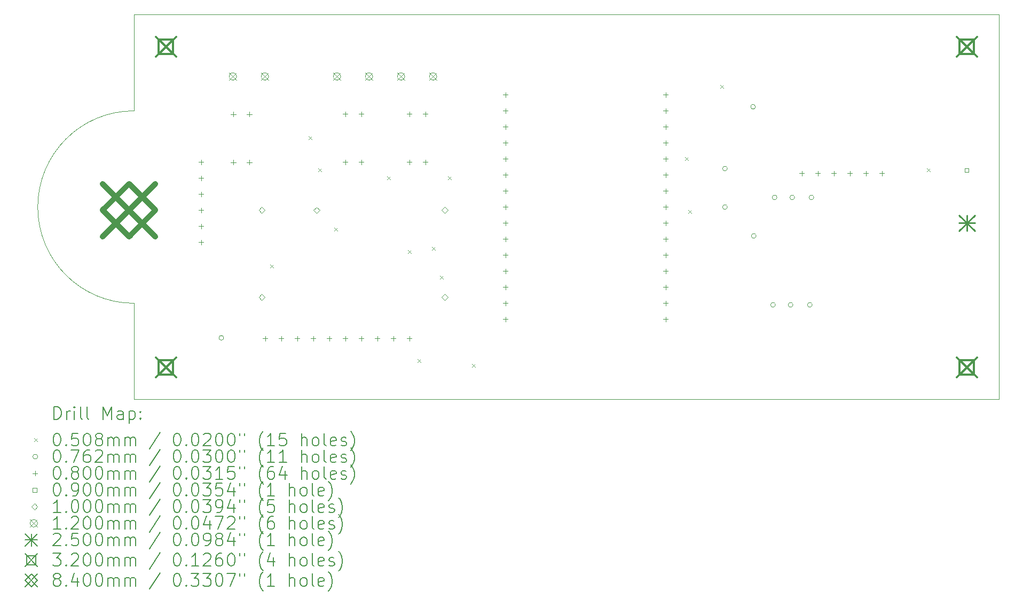
<source format=gbr>
%TF.GenerationSoftware,KiCad,Pcbnew,8.0.8+1*%
%TF.CreationDate,2025-02-28T11:20:59+11:00*%
%TF.ProjectId,vmon,766d6f6e-2e6b-4696-9361-645f70636258,rev?*%
%TF.SameCoordinates,Original*%
%TF.FileFunction,Drillmap*%
%TF.FilePolarity,Positive*%
%FSLAX45Y45*%
G04 Gerber Fmt 4.5, Leading zero omitted, Abs format (unit mm)*
G04 Created by KiCad (PCBNEW 8.0.8+1) date 2025-02-28 11:20:59*
%MOMM*%
%LPD*%
G01*
G04 APERTURE LIST*
%ADD10C,0.050000*%
%ADD11C,0.200000*%
%ADD12C,0.100000*%
%ADD13C,0.120000*%
%ADD14C,0.250000*%
%ADD15C,0.320000*%
%ADD16C,0.840000*%
G04 APERTURE END LIST*
D10*
X18796000Y-6858000D02*
X18796000Y-12954000D01*
X5080000Y-12954000D02*
X5080000Y-11430000D01*
X5080000Y-11430000D02*
G75*
G02*
X5080000Y-8382000I0J1524000D01*
G01*
X18796000Y-12954000D02*
X5080000Y-12954000D01*
X5080000Y-6858000D02*
X18796000Y-6858000D01*
X5080000Y-8382000D02*
X5080000Y-6858000D01*
D11*
D12*
X7239000Y-10820400D02*
X7289800Y-10871200D01*
X7289800Y-10820400D02*
X7239000Y-10871200D01*
X7848600Y-8788400D02*
X7899400Y-8839200D01*
X7899400Y-8788400D02*
X7848600Y-8839200D01*
X8001000Y-9296400D02*
X8051800Y-9347200D01*
X8051800Y-9296400D02*
X8001000Y-9347200D01*
X8255000Y-10236200D02*
X8305800Y-10287000D01*
X8305800Y-10236200D02*
X8255000Y-10287000D01*
X9093200Y-9423400D02*
X9144000Y-9474200D01*
X9144000Y-9423400D02*
X9093200Y-9474200D01*
X9423400Y-10591800D02*
X9474200Y-10642600D01*
X9474200Y-10591800D02*
X9423400Y-10642600D01*
X9575800Y-12319000D02*
X9626600Y-12369800D01*
X9626600Y-12319000D02*
X9575800Y-12369800D01*
X9804400Y-10541000D02*
X9855200Y-10591800D01*
X9855200Y-10541000D02*
X9804400Y-10591800D01*
X9931400Y-10998200D02*
X9982200Y-11049000D01*
X9982200Y-10998200D02*
X9931400Y-11049000D01*
X10058400Y-9423400D02*
X10109200Y-9474200D01*
X10109200Y-9423400D02*
X10058400Y-9474200D01*
X10439400Y-12395200D02*
X10490200Y-12446000D01*
X10490200Y-12395200D02*
X10439400Y-12446000D01*
X13817600Y-9118600D02*
X13868400Y-9169400D01*
X13868400Y-9118600D02*
X13817600Y-9169400D01*
X13868400Y-9956800D02*
X13919200Y-10007600D01*
X13919200Y-9956800D02*
X13868400Y-10007600D01*
X14376400Y-7975600D02*
X14427200Y-8026400D01*
X14427200Y-7975600D02*
X14376400Y-8026400D01*
X17653000Y-9296400D02*
X17703800Y-9347200D01*
X17703800Y-9296400D02*
X17653000Y-9347200D01*
X6504670Y-11978370D02*
G75*
G02*
X6428470Y-11978370I-38100J0D01*
G01*
X6428470Y-11978370D02*
G75*
G02*
X6504670Y-11978370I38100J0D01*
G01*
X14490700Y-9296400D02*
G75*
G02*
X14414500Y-9296400I-38100J0D01*
G01*
X14414500Y-9296400D02*
G75*
G02*
X14490700Y-9296400I38100J0D01*
G01*
X14490700Y-9906200D02*
G75*
G02*
X14414500Y-9906200I-38100J0D01*
G01*
X14414500Y-9906200D02*
G75*
G02*
X14490700Y-9906200I38100J0D01*
G01*
X14936575Y-8317125D02*
G75*
G02*
X14860375Y-8317125I-38100J0D01*
G01*
X14860375Y-8317125D02*
G75*
G02*
X14936575Y-8317125I38100J0D01*
G01*
X14947900Y-10363400D02*
G75*
G02*
X14871700Y-10363400I-38100J0D01*
G01*
X14871700Y-10363400D02*
G75*
G02*
X14947900Y-10363400I38100J0D01*
G01*
X15252700Y-11455400D02*
G75*
G02*
X15176500Y-11455400I-38100J0D01*
G01*
X15176500Y-11455400D02*
G75*
G02*
X15252700Y-11455400I38100J0D01*
G01*
X15278100Y-9753400D02*
G75*
G02*
X15201900Y-9753400I-38100J0D01*
G01*
X15201900Y-9753400D02*
G75*
G02*
X15278100Y-9753400I38100J0D01*
G01*
X15532100Y-11455400D02*
G75*
G02*
X15455900Y-11455400I-38100J0D01*
G01*
X15455900Y-11455400D02*
G75*
G02*
X15532100Y-11455400I38100J0D01*
G01*
X15557500Y-9753600D02*
G75*
G02*
X15481300Y-9753600I-38100J0D01*
G01*
X15481300Y-9753600D02*
G75*
G02*
X15557500Y-9753600I38100J0D01*
G01*
X15836900Y-11455400D02*
G75*
G02*
X15760700Y-11455400I-38100J0D01*
G01*
X15760700Y-11455400D02*
G75*
G02*
X15836900Y-11455400I38100J0D01*
G01*
X15862300Y-9753600D02*
G75*
G02*
X15786100Y-9753600I-38100J0D01*
G01*
X15786100Y-9753600D02*
G75*
G02*
X15862300Y-9753600I38100J0D01*
G01*
X6146800Y-9154800D02*
X6146800Y-9234800D01*
X6106800Y-9194800D02*
X6186800Y-9194800D01*
X6146800Y-9408800D02*
X6146800Y-9488800D01*
X6106800Y-9448800D02*
X6186800Y-9448800D01*
X6146800Y-9662800D02*
X6146800Y-9742800D01*
X6106800Y-9702800D02*
X6186800Y-9702800D01*
X6146800Y-9916800D02*
X6146800Y-9996800D01*
X6106800Y-9956800D02*
X6186800Y-9956800D01*
X6146800Y-10170800D02*
X6146800Y-10250800D01*
X6106800Y-10210800D02*
X6186800Y-10210800D01*
X6146800Y-10424800D02*
X6146800Y-10504800D01*
X6106800Y-10464800D02*
X6186800Y-10464800D01*
X6655300Y-8393800D02*
X6655300Y-8473800D01*
X6615300Y-8433800D02*
X6695300Y-8433800D01*
X6655300Y-9155800D02*
X6655300Y-9235800D01*
X6615300Y-9195800D02*
X6695300Y-9195800D01*
X6909300Y-8393800D02*
X6909300Y-8473800D01*
X6869300Y-8433800D02*
X6949300Y-8433800D01*
X6909300Y-9155800D02*
X6909300Y-9235800D01*
X6869300Y-9195800D02*
X6949300Y-9195800D01*
X7162800Y-11948800D02*
X7162800Y-12028800D01*
X7122800Y-11988800D02*
X7202800Y-11988800D01*
X7416800Y-11948800D02*
X7416800Y-12028800D01*
X7376800Y-11988800D02*
X7456800Y-11988800D01*
X7670800Y-11948800D02*
X7670800Y-12028800D01*
X7630800Y-11988800D02*
X7710800Y-11988800D01*
X7924800Y-11948800D02*
X7924800Y-12028800D01*
X7884800Y-11988800D02*
X7964800Y-11988800D01*
X8178800Y-11948800D02*
X8178800Y-12028800D01*
X8138800Y-11988800D02*
X8218800Y-11988800D01*
X8432800Y-8392800D02*
X8432800Y-8472800D01*
X8392800Y-8432800D02*
X8472800Y-8432800D01*
X8432800Y-9154800D02*
X8432800Y-9234800D01*
X8392800Y-9194800D02*
X8472800Y-9194800D01*
X8432800Y-11948800D02*
X8432800Y-12028800D01*
X8392800Y-11988800D02*
X8472800Y-11988800D01*
X8686800Y-8392800D02*
X8686800Y-8472800D01*
X8646800Y-8432800D02*
X8726800Y-8432800D01*
X8686800Y-9154800D02*
X8686800Y-9234800D01*
X8646800Y-9194800D02*
X8726800Y-9194800D01*
X8686800Y-11948800D02*
X8686800Y-12028800D01*
X8646800Y-11988800D02*
X8726800Y-11988800D01*
X8940800Y-11948800D02*
X8940800Y-12028800D01*
X8900800Y-11988800D02*
X8980800Y-11988800D01*
X9194800Y-11948800D02*
X9194800Y-12028800D01*
X9154800Y-11988800D02*
X9234800Y-11988800D01*
X9448800Y-8392800D02*
X9448800Y-8472800D01*
X9408800Y-8432800D02*
X9488800Y-8432800D01*
X9448800Y-9154800D02*
X9448800Y-9234800D01*
X9408800Y-9194800D02*
X9488800Y-9194800D01*
X9448800Y-11948800D02*
X9448800Y-12028800D01*
X9408800Y-11988800D02*
X9488800Y-11988800D01*
X9702800Y-8392800D02*
X9702800Y-8472800D01*
X9662800Y-8432800D02*
X9742800Y-8432800D01*
X9702800Y-9154800D02*
X9702800Y-9234800D01*
X9662800Y-9194800D02*
X9742800Y-9194800D01*
X10972800Y-8088000D02*
X10972800Y-8168000D01*
X10932800Y-8128000D02*
X11012800Y-8128000D01*
X10972800Y-8342000D02*
X10972800Y-8422000D01*
X10932800Y-8382000D02*
X11012800Y-8382000D01*
X10972800Y-8596000D02*
X10972800Y-8676000D01*
X10932800Y-8636000D02*
X11012800Y-8636000D01*
X10972800Y-8850000D02*
X10972800Y-8930000D01*
X10932800Y-8890000D02*
X11012800Y-8890000D01*
X10972800Y-9104000D02*
X10972800Y-9184000D01*
X10932800Y-9144000D02*
X11012800Y-9144000D01*
X10972800Y-9358000D02*
X10972800Y-9438000D01*
X10932800Y-9398000D02*
X11012800Y-9398000D01*
X10972800Y-9612000D02*
X10972800Y-9692000D01*
X10932800Y-9652000D02*
X11012800Y-9652000D01*
X10972800Y-9866000D02*
X10972800Y-9946000D01*
X10932800Y-9906000D02*
X11012800Y-9906000D01*
X10972800Y-10120000D02*
X10972800Y-10200000D01*
X10932800Y-10160000D02*
X11012800Y-10160000D01*
X10972800Y-10374000D02*
X10972800Y-10454000D01*
X10932800Y-10414000D02*
X11012800Y-10414000D01*
X10972800Y-10628000D02*
X10972800Y-10708000D01*
X10932800Y-10668000D02*
X11012800Y-10668000D01*
X10972800Y-10882000D02*
X10972800Y-10962000D01*
X10932800Y-10922000D02*
X11012800Y-10922000D01*
X10972800Y-11136000D02*
X10972800Y-11216000D01*
X10932800Y-11176000D02*
X11012800Y-11176000D01*
X10972800Y-11390000D02*
X10972800Y-11470000D01*
X10932800Y-11430000D02*
X11012800Y-11430000D01*
X10972800Y-11644000D02*
X10972800Y-11724000D01*
X10932800Y-11684000D02*
X11012800Y-11684000D01*
X13512800Y-8088000D02*
X13512800Y-8168000D01*
X13472800Y-8128000D02*
X13552800Y-8128000D01*
X13512800Y-8342000D02*
X13512800Y-8422000D01*
X13472800Y-8382000D02*
X13552800Y-8382000D01*
X13512800Y-8596000D02*
X13512800Y-8676000D01*
X13472800Y-8636000D02*
X13552800Y-8636000D01*
X13512800Y-8850000D02*
X13512800Y-8930000D01*
X13472800Y-8890000D02*
X13552800Y-8890000D01*
X13512800Y-9104000D02*
X13512800Y-9184000D01*
X13472800Y-9144000D02*
X13552800Y-9144000D01*
X13512800Y-9358000D02*
X13512800Y-9438000D01*
X13472800Y-9398000D02*
X13552800Y-9398000D01*
X13512800Y-9612000D02*
X13512800Y-9692000D01*
X13472800Y-9652000D02*
X13552800Y-9652000D01*
X13512800Y-9866000D02*
X13512800Y-9946000D01*
X13472800Y-9906000D02*
X13552800Y-9906000D01*
X13512800Y-10120000D02*
X13512800Y-10200000D01*
X13472800Y-10160000D02*
X13552800Y-10160000D01*
X13512800Y-10374000D02*
X13512800Y-10454000D01*
X13472800Y-10414000D02*
X13552800Y-10414000D01*
X13512800Y-10628000D02*
X13512800Y-10708000D01*
X13472800Y-10668000D02*
X13552800Y-10668000D01*
X13512800Y-10882000D02*
X13512800Y-10962000D01*
X13472800Y-10922000D02*
X13552800Y-10922000D01*
X13512800Y-11136000D02*
X13512800Y-11216000D01*
X13472800Y-11176000D02*
X13552800Y-11176000D01*
X13512800Y-11390000D02*
X13512800Y-11470000D01*
X13472800Y-11430000D02*
X13552800Y-11430000D01*
X13512800Y-11644000D02*
X13512800Y-11724000D01*
X13472800Y-11684000D02*
X13552800Y-11684000D01*
X15671800Y-9332400D02*
X15671800Y-9412400D01*
X15631800Y-9372400D02*
X15711800Y-9372400D01*
X15925800Y-9332400D02*
X15925800Y-9412400D01*
X15885800Y-9372400D02*
X15965800Y-9372400D01*
X16179800Y-9332400D02*
X16179800Y-9412400D01*
X16139800Y-9372400D02*
X16219800Y-9372400D01*
X16433800Y-9332400D02*
X16433800Y-9412400D01*
X16393800Y-9372400D02*
X16473800Y-9372400D01*
X16687800Y-9332400D02*
X16687800Y-9412400D01*
X16647800Y-9372400D02*
X16727800Y-9372400D01*
X16941800Y-9332400D02*
X16941800Y-9412400D01*
X16901800Y-9372400D02*
X16981800Y-9372400D01*
X18319820Y-9353620D02*
X18319820Y-9289980D01*
X18256180Y-9289980D01*
X18256180Y-9353620D01*
X18319820Y-9353620D01*
X7109800Y-10005140D02*
X7159800Y-9955140D01*
X7109800Y-9905140D01*
X7059800Y-9955140D01*
X7109800Y-10005140D01*
X7109800Y-11385140D02*
X7159800Y-11335140D01*
X7109800Y-11285140D01*
X7059800Y-11335140D01*
X7109800Y-11385140D01*
X7975600Y-10006800D02*
X8025600Y-9956800D01*
X7975600Y-9906800D01*
X7925600Y-9956800D01*
X7975600Y-10006800D01*
X10009800Y-10005140D02*
X10059800Y-9955140D01*
X10009800Y-9905140D01*
X9959800Y-9955140D01*
X10009800Y-10005140D01*
X10009800Y-11385140D02*
X10059800Y-11335140D01*
X10009800Y-11285140D01*
X9959800Y-11335140D01*
X10009800Y-11385140D01*
D13*
X6589300Y-7777050D02*
X6709300Y-7897050D01*
X6709300Y-7777050D02*
X6589300Y-7897050D01*
X6709300Y-7837050D02*
G75*
G02*
X6589300Y-7837050I-60000J0D01*
G01*
X6589300Y-7837050D02*
G75*
G02*
X6709300Y-7837050I60000J0D01*
G01*
X7097300Y-7777050D02*
X7217300Y-7897050D01*
X7217300Y-7777050D02*
X7097300Y-7897050D01*
X7217300Y-7837050D02*
G75*
G02*
X7097300Y-7837050I-60000J0D01*
G01*
X7097300Y-7837050D02*
G75*
G02*
X7217300Y-7837050I60000J0D01*
G01*
X8240300Y-7777050D02*
X8360300Y-7897050D01*
X8360300Y-7777050D02*
X8240300Y-7897050D01*
X8360300Y-7837050D02*
G75*
G02*
X8240300Y-7837050I-60000J0D01*
G01*
X8240300Y-7837050D02*
G75*
G02*
X8360300Y-7837050I60000J0D01*
G01*
X8748300Y-7777050D02*
X8868300Y-7897050D01*
X8868300Y-7777050D02*
X8748300Y-7897050D01*
X8868300Y-7837050D02*
G75*
G02*
X8748300Y-7837050I-60000J0D01*
G01*
X8748300Y-7837050D02*
G75*
G02*
X8868300Y-7837050I60000J0D01*
G01*
X9256300Y-7777050D02*
X9376300Y-7897050D01*
X9376300Y-7777050D02*
X9256300Y-7897050D01*
X9376300Y-7837050D02*
G75*
G02*
X9256300Y-7837050I-60000J0D01*
G01*
X9256300Y-7837050D02*
G75*
G02*
X9376300Y-7837050I60000J0D01*
G01*
X9764300Y-7777050D02*
X9884300Y-7897050D01*
X9884300Y-7777050D02*
X9764300Y-7897050D01*
X9884300Y-7837050D02*
G75*
G02*
X9764300Y-7837050I-60000J0D01*
G01*
X9764300Y-7837050D02*
G75*
G02*
X9884300Y-7837050I60000J0D01*
G01*
D14*
X18163000Y-10035000D02*
X18413000Y-10285000D01*
X18413000Y-10035000D02*
X18163000Y-10285000D01*
X18288000Y-10035000D02*
X18288000Y-10285000D01*
X18163000Y-10160000D02*
X18413000Y-10160000D01*
D15*
X5428000Y-7206000D02*
X5748000Y-7526000D01*
X5748000Y-7206000D02*
X5428000Y-7526000D01*
X5701138Y-7479138D02*
X5701138Y-7252862D01*
X5474862Y-7252862D01*
X5474862Y-7479138D01*
X5701138Y-7479138D01*
X5428000Y-12286000D02*
X5748000Y-12606000D01*
X5748000Y-12286000D02*
X5428000Y-12606000D01*
X5701138Y-12559138D02*
X5701138Y-12332862D01*
X5474862Y-12332862D01*
X5474862Y-12559138D01*
X5701138Y-12559138D01*
X18128000Y-7206000D02*
X18448000Y-7526000D01*
X18448000Y-7206000D02*
X18128000Y-7526000D01*
X18401138Y-7479138D02*
X18401138Y-7252862D01*
X18174862Y-7252862D01*
X18174862Y-7479138D01*
X18401138Y-7479138D01*
X18128000Y-12286000D02*
X18448000Y-12606000D01*
X18448000Y-12286000D02*
X18128000Y-12606000D01*
X18401138Y-12559138D02*
X18401138Y-12332862D01*
X18174862Y-12332862D01*
X18174862Y-12559138D01*
X18401138Y-12559138D01*
D16*
X4583800Y-9536800D02*
X5423800Y-10376800D01*
X5423800Y-9536800D02*
X4583800Y-10376800D01*
X5003800Y-10376800D02*
X5423800Y-9956800D01*
X5003800Y-9536800D01*
X4583800Y-9956800D01*
X5003800Y-10376800D01*
D11*
X3814277Y-13267984D02*
X3814277Y-13067984D01*
X3814277Y-13067984D02*
X3861896Y-13067984D01*
X3861896Y-13067984D02*
X3890467Y-13077508D01*
X3890467Y-13077508D02*
X3909515Y-13096555D01*
X3909515Y-13096555D02*
X3919039Y-13115603D01*
X3919039Y-13115603D02*
X3928562Y-13153698D01*
X3928562Y-13153698D02*
X3928562Y-13182269D01*
X3928562Y-13182269D02*
X3919039Y-13220365D01*
X3919039Y-13220365D02*
X3909515Y-13239412D01*
X3909515Y-13239412D02*
X3890467Y-13258460D01*
X3890467Y-13258460D02*
X3861896Y-13267984D01*
X3861896Y-13267984D02*
X3814277Y-13267984D01*
X4014277Y-13267984D02*
X4014277Y-13134650D01*
X4014277Y-13172746D02*
X4023801Y-13153698D01*
X4023801Y-13153698D02*
X4033324Y-13144174D01*
X4033324Y-13144174D02*
X4052372Y-13134650D01*
X4052372Y-13134650D02*
X4071420Y-13134650D01*
X4138086Y-13267984D02*
X4138086Y-13134650D01*
X4138086Y-13067984D02*
X4128562Y-13077508D01*
X4128562Y-13077508D02*
X4138086Y-13087031D01*
X4138086Y-13087031D02*
X4147610Y-13077508D01*
X4147610Y-13077508D02*
X4138086Y-13067984D01*
X4138086Y-13067984D02*
X4138086Y-13087031D01*
X4261896Y-13267984D02*
X4242848Y-13258460D01*
X4242848Y-13258460D02*
X4233324Y-13239412D01*
X4233324Y-13239412D02*
X4233324Y-13067984D01*
X4366658Y-13267984D02*
X4347610Y-13258460D01*
X4347610Y-13258460D02*
X4338086Y-13239412D01*
X4338086Y-13239412D02*
X4338086Y-13067984D01*
X4595229Y-13267984D02*
X4595229Y-13067984D01*
X4595229Y-13067984D02*
X4661896Y-13210841D01*
X4661896Y-13210841D02*
X4728563Y-13067984D01*
X4728563Y-13067984D02*
X4728563Y-13267984D01*
X4909515Y-13267984D02*
X4909515Y-13163222D01*
X4909515Y-13163222D02*
X4899991Y-13144174D01*
X4899991Y-13144174D02*
X4880944Y-13134650D01*
X4880944Y-13134650D02*
X4842848Y-13134650D01*
X4842848Y-13134650D02*
X4823801Y-13144174D01*
X4909515Y-13258460D02*
X4890467Y-13267984D01*
X4890467Y-13267984D02*
X4842848Y-13267984D01*
X4842848Y-13267984D02*
X4823801Y-13258460D01*
X4823801Y-13258460D02*
X4814277Y-13239412D01*
X4814277Y-13239412D02*
X4814277Y-13220365D01*
X4814277Y-13220365D02*
X4823801Y-13201317D01*
X4823801Y-13201317D02*
X4842848Y-13191793D01*
X4842848Y-13191793D02*
X4890467Y-13191793D01*
X4890467Y-13191793D02*
X4909515Y-13182269D01*
X5004753Y-13134650D02*
X5004753Y-13334650D01*
X5004753Y-13144174D02*
X5023801Y-13134650D01*
X5023801Y-13134650D02*
X5061896Y-13134650D01*
X5061896Y-13134650D02*
X5080944Y-13144174D01*
X5080944Y-13144174D02*
X5090467Y-13153698D01*
X5090467Y-13153698D02*
X5099991Y-13172746D01*
X5099991Y-13172746D02*
X5099991Y-13229888D01*
X5099991Y-13229888D02*
X5090467Y-13248936D01*
X5090467Y-13248936D02*
X5080944Y-13258460D01*
X5080944Y-13258460D02*
X5061896Y-13267984D01*
X5061896Y-13267984D02*
X5023801Y-13267984D01*
X5023801Y-13267984D02*
X5004753Y-13258460D01*
X5185705Y-13248936D02*
X5195229Y-13258460D01*
X5195229Y-13258460D02*
X5185705Y-13267984D01*
X5185705Y-13267984D02*
X5176182Y-13258460D01*
X5176182Y-13258460D02*
X5185705Y-13248936D01*
X5185705Y-13248936D02*
X5185705Y-13267984D01*
X5185705Y-13144174D02*
X5195229Y-13153698D01*
X5195229Y-13153698D02*
X5185705Y-13163222D01*
X5185705Y-13163222D02*
X5176182Y-13153698D01*
X5176182Y-13153698D02*
X5185705Y-13144174D01*
X5185705Y-13144174D02*
X5185705Y-13163222D01*
D12*
X3502700Y-13571100D02*
X3553500Y-13621900D01*
X3553500Y-13571100D02*
X3502700Y-13621900D01*
D11*
X3852372Y-13487984D02*
X3871420Y-13487984D01*
X3871420Y-13487984D02*
X3890467Y-13497508D01*
X3890467Y-13497508D02*
X3899991Y-13507031D01*
X3899991Y-13507031D02*
X3909515Y-13526079D01*
X3909515Y-13526079D02*
X3919039Y-13564174D01*
X3919039Y-13564174D02*
X3919039Y-13611793D01*
X3919039Y-13611793D02*
X3909515Y-13649888D01*
X3909515Y-13649888D02*
X3899991Y-13668936D01*
X3899991Y-13668936D02*
X3890467Y-13678460D01*
X3890467Y-13678460D02*
X3871420Y-13687984D01*
X3871420Y-13687984D02*
X3852372Y-13687984D01*
X3852372Y-13687984D02*
X3833324Y-13678460D01*
X3833324Y-13678460D02*
X3823801Y-13668936D01*
X3823801Y-13668936D02*
X3814277Y-13649888D01*
X3814277Y-13649888D02*
X3804753Y-13611793D01*
X3804753Y-13611793D02*
X3804753Y-13564174D01*
X3804753Y-13564174D02*
X3814277Y-13526079D01*
X3814277Y-13526079D02*
X3823801Y-13507031D01*
X3823801Y-13507031D02*
X3833324Y-13497508D01*
X3833324Y-13497508D02*
X3852372Y-13487984D01*
X4004753Y-13668936D02*
X4014277Y-13678460D01*
X4014277Y-13678460D02*
X4004753Y-13687984D01*
X4004753Y-13687984D02*
X3995229Y-13678460D01*
X3995229Y-13678460D02*
X4004753Y-13668936D01*
X4004753Y-13668936D02*
X4004753Y-13687984D01*
X4195229Y-13487984D02*
X4099991Y-13487984D01*
X4099991Y-13487984D02*
X4090467Y-13583222D01*
X4090467Y-13583222D02*
X4099991Y-13573698D01*
X4099991Y-13573698D02*
X4119039Y-13564174D01*
X4119039Y-13564174D02*
X4166658Y-13564174D01*
X4166658Y-13564174D02*
X4185705Y-13573698D01*
X4185705Y-13573698D02*
X4195229Y-13583222D01*
X4195229Y-13583222D02*
X4204753Y-13602269D01*
X4204753Y-13602269D02*
X4204753Y-13649888D01*
X4204753Y-13649888D02*
X4195229Y-13668936D01*
X4195229Y-13668936D02*
X4185705Y-13678460D01*
X4185705Y-13678460D02*
X4166658Y-13687984D01*
X4166658Y-13687984D02*
X4119039Y-13687984D01*
X4119039Y-13687984D02*
X4099991Y-13678460D01*
X4099991Y-13678460D02*
X4090467Y-13668936D01*
X4328563Y-13487984D02*
X4347610Y-13487984D01*
X4347610Y-13487984D02*
X4366658Y-13497508D01*
X4366658Y-13497508D02*
X4376182Y-13507031D01*
X4376182Y-13507031D02*
X4385705Y-13526079D01*
X4385705Y-13526079D02*
X4395229Y-13564174D01*
X4395229Y-13564174D02*
X4395229Y-13611793D01*
X4395229Y-13611793D02*
X4385705Y-13649888D01*
X4385705Y-13649888D02*
X4376182Y-13668936D01*
X4376182Y-13668936D02*
X4366658Y-13678460D01*
X4366658Y-13678460D02*
X4347610Y-13687984D01*
X4347610Y-13687984D02*
X4328563Y-13687984D01*
X4328563Y-13687984D02*
X4309515Y-13678460D01*
X4309515Y-13678460D02*
X4299991Y-13668936D01*
X4299991Y-13668936D02*
X4290467Y-13649888D01*
X4290467Y-13649888D02*
X4280944Y-13611793D01*
X4280944Y-13611793D02*
X4280944Y-13564174D01*
X4280944Y-13564174D02*
X4290467Y-13526079D01*
X4290467Y-13526079D02*
X4299991Y-13507031D01*
X4299991Y-13507031D02*
X4309515Y-13497508D01*
X4309515Y-13497508D02*
X4328563Y-13487984D01*
X4509515Y-13573698D02*
X4490467Y-13564174D01*
X4490467Y-13564174D02*
X4480944Y-13554650D01*
X4480944Y-13554650D02*
X4471420Y-13535603D01*
X4471420Y-13535603D02*
X4471420Y-13526079D01*
X4471420Y-13526079D02*
X4480944Y-13507031D01*
X4480944Y-13507031D02*
X4490467Y-13497508D01*
X4490467Y-13497508D02*
X4509515Y-13487984D01*
X4509515Y-13487984D02*
X4547610Y-13487984D01*
X4547610Y-13487984D02*
X4566658Y-13497508D01*
X4566658Y-13497508D02*
X4576182Y-13507031D01*
X4576182Y-13507031D02*
X4585705Y-13526079D01*
X4585705Y-13526079D02*
X4585705Y-13535603D01*
X4585705Y-13535603D02*
X4576182Y-13554650D01*
X4576182Y-13554650D02*
X4566658Y-13564174D01*
X4566658Y-13564174D02*
X4547610Y-13573698D01*
X4547610Y-13573698D02*
X4509515Y-13573698D01*
X4509515Y-13573698D02*
X4490467Y-13583222D01*
X4490467Y-13583222D02*
X4480944Y-13592746D01*
X4480944Y-13592746D02*
X4471420Y-13611793D01*
X4471420Y-13611793D02*
X4471420Y-13649888D01*
X4471420Y-13649888D02*
X4480944Y-13668936D01*
X4480944Y-13668936D02*
X4490467Y-13678460D01*
X4490467Y-13678460D02*
X4509515Y-13687984D01*
X4509515Y-13687984D02*
X4547610Y-13687984D01*
X4547610Y-13687984D02*
X4566658Y-13678460D01*
X4566658Y-13678460D02*
X4576182Y-13668936D01*
X4576182Y-13668936D02*
X4585705Y-13649888D01*
X4585705Y-13649888D02*
X4585705Y-13611793D01*
X4585705Y-13611793D02*
X4576182Y-13592746D01*
X4576182Y-13592746D02*
X4566658Y-13583222D01*
X4566658Y-13583222D02*
X4547610Y-13573698D01*
X4671420Y-13687984D02*
X4671420Y-13554650D01*
X4671420Y-13573698D02*
X4680944Y-13564174D01*
X4680944Y-13564174D02*
X4699991Y-13554650D01*
X4699991Y-13554650D02*
X4728563Y-13554650D01*
X4728563Y-13554650D02*
X4747610Y-13564174D01*
X4747610Y-13564174D02*
X4757134Y-13583222D01*
X4757134Y-13583222D02*
X4757134Y-13687984D01*
X4757134Y-13583222D02*
X4766658Y-13564174D01*
X4766658Y-13564174D02*
X4785705Y-13554650D01*
X4785705Y-13554650D02*
X4814277Y-13554650D01*
X4814277Y-13554650D02*
X4833325Y-13564174D01*
X4833325Y-13564174D02*
X4842848Y-13583222D01*
X4842848Y-13583222D02*
X4842848Y-13687984D01*
X4938086Y-13687984D02*
X4938086Y-13554650D01*
X4938086Y-13573698D02*
X4947610Y-13564174D01*
X4947610Y-13564174D02*
X4966658Y-13554650D01*
X4966658Y-13554650D02*
X4995229Y-13554650D01*
X4995229Y-13554650D02*
X5014277Y-13564174D01*
X5014277Y-13564174D02*
X5023801Y-13583222D01*
X5023801Y-13583222D02*
X5023801Y-13687984D01*
X5023801Y-13583222D02*
X5033325Y-13564174D01*
X5033325Y-13564174D02*
X5052372Y-13554650D01*
X5052372Y-13554650D02*
X5080944Y-13554650D01*
X5080944Y-13554650D02*
X5099991Y-13564174D01*
X5099991Y-13564174D02*
X5109515Y-13583222D01*
X5109515Y-13583222D02*
X5109515Y-13687984D01*
X5499991Y-13478460D02*
X5328563Y-13735603D01*
X5757134Y-13487984D02*
X5776182Y-13487984D01*
X5776182Y-13487984D02*
X5795229Y-13497508D01*
X5795229Y-13497508D02*
X5804753Y-13507031D01*
X5804753Y-13507031D02*
X5814277Y-13526079D01*
X5814277Y-13526079D02*
X5823801Y-13564174D01*
X5823801Y-13564174D02*
X5823801Y-13611793D01*
X5823801Y-13611793D02*
X5814277Y-13649888D01*
X5814277Y-13649888D02*
X5804753Y-13668936D01*
X5804753Y-13668936D02*
X5795229Y-13678460D01*
X5795229Y-13678460D02*
X5776182Y-13687984D01*
X5776182Y-13687984D02*
X5757134Y-13687984D01*
X5757134Y-13687984D02*
X5738086Y-13678460D01*
X5738086Y-13678460D02*
X5728563Y-13668936D01*
X5728563Y-13668936D02*
X5719039Y-13649888D01*
X5719039Y-13649888D02*
X5709515Y-13611793D01*
X5709515Y-13611793D02*
X5709515Y-13564174D01*
X5709515Y-13564174D02*
X5719039Y-13526079D01*
X5719039Y-13526079D02*
X5728563Y-13507031D01*
X5728563Y-13507031D02*
X5738086Y-13497508D01*
X5738086Y-13497508D02*
X5757134Y-13487984D01*
X5909515Y-13668936D02*
X5919039Y-13678460D01*
X5919039Y-13678460D02*
X5909515Y-13687984D01*
X5909515Y-13687984D02*
X5899991Y-13678460D01*
X5899991Y-13678460D02*
X5909515Y-13668936D01*
X5909515Y-13668936D02*
X5909515Y-13687984D01*
X6042848Y-13487984D02*
X6061896Y-13487984D01*
X6061896Y-13487984D02*
X6080944Y-13497508D01*
X6080944Y-13497508D02*
X6090467Y-13507031D01*
X6090467Y-13507031D02*
X6099991Y-13526079D01*
X6099991Y-13526079D02*
X6109515Y-13564174D01*
X6109515Y-13564174D02*
X6109515Y-13611793D01*
X6109515Y-13611793D02*
X6099991Y-13649888D01*
X6099991Y-13649888D02*
X6090467Y-13668936D01*
X6090467Y-13668936D02*
X6080944Y-13678460D01*
X6080944Y-13678460D02*
X6061896Y-13687984D01*
X6061896Y-13687984D02*
X6042848Y-13687984D01*
X6042848Y-13687984D02*
X6023801Y-13678460D01*
X6023801Y-13678460D02*
X6014277Y-13668936D01*
X6014277Y-13668936D02*
X6004753Y-13649888D01*
X6004753Y-13649888D02*
X5995229Y-13611793D01*
X5995229Y-13611793D02*
X5995229Y-13564174D01*
X5995229Y-13564174D02*
X6004753Y-13526079D01*
X6004753Y-13526079D02*
X6014277Y-13507031D01*
X6014277Y-13507031D02*
X6023801Y-13497508D01*
X6023801Y-13497508D02*
X6042848Y-13487984D01*
X6185706Y-13507031D02*
X6195229Y-13497508D01*
X6195229Y-13497508D02*
X6214277Y-13487984D01*
X6214277Y-13487984D02*
X6261896Y-13487984D01*
X6261896Y-13487984D02*
X6280944Y-13497508D01*
X6280944Y-13497508D02*
X6290467Y-13507031D01*
X6290467Y-13507031D02*
X6299991Y-13526079D01*
X6299991Y-13526079D02*
X6299991Y-13545127D01*
X6299991Y-13545127D02*
X6290467Y-13573698D01*
X6290467Y-13573698D02*
X6176182Y-13687984D01*
X6176182Y-13687984D02*
X6299991Y-13687984D01*
X6423801Y-13487984D02*
X6442848Y-13487984D01*
X6442848Y-13487984D02*
X6461896Y-13497508D01*
X6461896Y-13497508D02*
X6471420Y-13507031D01*
X6471420Y-13507031D02*
X6480944Y-13526079D01*
X6480944Y-13526079D02*
X6490467Y-13564174D01*
X6490467Y-13564174D02*
X6490467Y-13611793D01*
X6490467Y-13611793D02*
X6480944Y-13649888D01*
X6480944Y-13649888D02*
X6471420Y-13668936D01*
X6471420Y-13668936D02*
X6461896Y-13678460D01*
X6461896Y-13678460D02*
X6442848Y-13687984D01*
X6442848Y-13687984D02*
X6423801Y-13687984D01*
X6423801Y-13687984D02*
X6404753Y-13678460D01*
X6404753Y-13678460D02*
X6395229Y-13668936D01*
X6395229Y-13668936D02*
X6385706Y-13649888D01*
X6385706Y-13649888D02*
X6376182Y-13611793D01*
X6376182Y-13611793D02*
X6376182Y-13564174D01*
X6376182Y-13564174D02*
X6385706Y-13526079D01*
X6385706Y-13526079D02*
X6395229Y-13507031D01*
X6395229Y-13507031D02*
X6404753Y-13497508D01*
X6404753Y-13497508D02*
X6423801Y-13487984D01*
X6614277Y-13487984D02*
X6633325Y-13487984D01*
X6633325Y-13487984D02*
X6652372Y-13497508D01*
X6652372Y-13497508D02*
X6661896Y-13507031D01*
X6661896Y-13507031D02*
X6671420Y-13526079D01*
X6671420Y-13526079D02*
X6680944Y-13564174D01*
X6680944Y-13564174D02*
X6680944Y-13611793D01*
X6680944Y-13611793D02*
X6671420Y-13649888D01*
X6671420Y-13649888D02*
X6661896Y-13668936D01*
X6661896Y-13668936D02*
X6652372Y-13678460D01*
X6652372Y-13678460D02*
X6633325Y-13687984D01*
X6633325Y-13687984D02*
X6614277Y-13687984D01*
X6614277Y-13687984D02*
X6595229Y-13678460D01*
X6595229Y-13678460D02*
X6585706Y-13668936D01*
X6585706Y-13668936D02*
X6576182Y-13649888D01*
X6576182Y-13649888D02*
X6566658Y-13611793D01*
X6566658Y-13611793D02*
X6566658Y-13564174D01*
X6566658Y-13564174D02*
X6576182Y-13526079D01*
X6576182Y-13526079D02*
X6585706Y-13507031D01*
X6585706Y-13507031D02*
X6595229Y-13497508D01*
X6595229Y-13497508D02*
X6614277Y-13487984D01*
X6757134Y-13487984D02*
X6757134Y-13526079D01*
X6833325Y-13487984D02*
X6833325Y-13526079D01*
X7128563Y-13764174D02*
X7119039Y-13754650D01*
X7119039Y-13754650D02*
X7099991Y-13726079D01*
X7099991Y-13726079D02*
X7090468Y-13707031D01*
X7090468Y-13707031D02*
X7080944Y-13678460D01*
X7080944Y-13678460D02*
X7071420Y-13630841D01*
X7071420Y-13630841D02*
X7071420Y-13592746D01*
X7071420Y-13592746D02*
X7080944Y-13545127D01*
X7080944Y-13545127D02*
X7090468Y-13516555D01*
X7090468Y-13516555D02*
X7099991Y-13497508D01*
X7099991Y-13497508D02*
X7119039Y-13468936D01*
X7119039Y-13468936D02*
X7128563Y-13459412D01*
X7309515Y-13687984D02*
X7195229Y-13687984D01*
X7252372Y-13687984D02*
X7252372Y-13487984D01*
X7252372Y-13487984D02*
X7233325Y-13516555D01*
X7233325Y-13516555D02*
X7214277Y-13535603D01*
X7214277Y-13535603D02*
X7195229Y-13545127D01*
X7490468Y-13487984D02*
X7395229Y-13487984D01*
X7395229Y-13487984D02*
X7385706Y-13583222D01*
X7385706Y-13583222D02*
X7395229Y-13573698D01*
X7395229Y-13573698D02*
X7414277Y-13564174D01*
X7414277Y-13564174D02*
X7461896Y-13564174D01*
X7461896Y-13564174D02*
X7480944Y-13573698D01*
X7480944Y-13573698D02*
X7490468Y-13583222D01*
X7490468Y-13583222D02*
X7499991Y-13602269D01*
X7499991Y-13602269D02*
X7499991Y-13649888D01*
X7499991Y-13649888D02*
X7490468Y-13668936D01*
X7490468Y-13668936D02*
X7480944Y-13678460D01*
X7480944Y-13678460D02*
X7461896Y-13687984D01*
X7461896Y-13687984D02*
X7414277Y-13687984D01*
X7414277Y-13687984D02*
X7395229Y-13678460D01*
X7395229Y-13678460D02*
X7385706Y-13668936D01*
X7738087Y-13687984D02*
X7738087Y-13487984D01*
X7823801Y-13687984D02*
X7823801Y-13583222D01*
X7823801Y-13583222D02*
X7814277Y-13564174D01*
X7814277Y-13564174D02*
X7795230Y-13554650D01*
X7795230Y-13554650D02*
X7766658Y-13554650D01*
X7766658Y-13554650D02*
X7747610Y-13564174D01*
X7747610Y-13564174D02*
X7738087Y-13573698D01*
X7947610Y-13687984D02*
X7928563Y-13678460D01*
X7928563Y-13678460D02*
X7919039Y-13668936D01*
X7919039Y-13668936D02*
X7909515Y-13649888D01*
X7909515Y-13649888D02*
X7909515Y-13592746D01*
X7909515Y-13592746D02*
X7919039Y-13573698D01*
X7919039Y-13573698D02*
X7928563Y-13564174D01*
X7928563Y-13564174D02*
X7947610Y-13554650D01*
X7947610Y-13554650D02*
X7976182Y-13554650D01*
X7976182Y-13554650D02*
X7995230Y-13564174D01*
X7995230Y-13564174D02*
X8004753Y-13573698D01*
X8004753Y-13573698D02*
X8014277Y-13592746D01*
X8014277Y-13592746D02*
X8014277Y-13649888D01*
X8014277Y-13649888D02*
X8004753Y-13668936D01*
X8004753Y-13668936D02*
X7995230Y-13678460D01*
X7995230Y-13678460D02*
X7976182Y-13687984D01*
X7976182Y-13687984D02*
X7947610Y-13687984D01*
X8128563Y-13687984D02*
X8109515Y-13678460D01*
X8109515Y-13678460D02*
X8099991Y-13659412D01*
X8099991Y-13659412D02*
X8099991Y-13487984D01*
X8280944Y-13678460D02*
X8261896Y-13687984D01*
X8261896Y-13687984D02*
X8223801Y-13687984D01*
X8223801Y-13687984D02*
X8204753Y-13678460D01*
X8204753Y-13678460D02*
X8195230Y-13659412D01*
X8195230Y-13659412D02*
X8195230Y-13583222D01*
X8195230Y-13583222D02*
X8204753Y-13564174D01*
X8204753Y-13564174D02*
X8223801Y-13554650D01*
X8223801Y-13554650D02*
X8261896Y-13554650D01*
X8261896Y-13554650D02*
X8280944Y-13564174D01*
X8280944Y-13564174D02*
X8290468Y-13583222D01*
X8290468Y-13583222D02*
X8290468Y-13602269D01*
X8290468Y-13602269D02*
X8195230Y-13621317D01*
X8366658Y-13678460D02*
X8385706Y-13687984D01*
X8385706Y-13687984D02*
X8423801Y-13687984D01*
X8423801Y-13687984D02*
X8442849Y-13678460D01*
X8442849Y-13678460D02*
X8452373Y-13659412D01*
X8452373Y-13659412D02*
X8452373Y-13649888D01*
X8452373Y-13649888D02*
X8442849Y-13630841D01*
X8442849Y-13630841D02*
X8423801Y-13621317D01*
X8423801Y-13621317D02*
X8395230Y-13621317D01*
X8395230Y-13621317D02*
X8376182Y-13611793D01*
X8376182Y-13611793D02*
X8366658Y-13592746D01*
X8366658Y-13592746D02*
X8366658Y-13583222D01*
X8366658Y-13583222D02*
X8376182Y-13564174D01*
X8376182Y-13564174D02*
X8395230Y-13554650D01*
X8395230Y-13554650D02*
X8423801Y-13554650D01*
X8423801Y-13554650D02*
X8442849Y-13564174D01*
X8519039Y-13764174D02*
X8528563Y-13754650D01*
X8528563Y-13754650D02*
X8547611Y-13726079D01*
X8547611Y-13726079D02*
X8557134Y-13707031D01*
X8557134Y-13707031D02*
X8566658Y-13678460D01*
X8566658Y-13678460D02*
X8576182Y-13630841D01*
X8576182Y-13630841D02*
X8576182Y-13592746D01*
X8576182Y-13592746D02*
X8566658Y-13545127D01*
X8566658Y-13545127D02*
X8557134Y-13516555D01*
X8557134Y-13516555D02*
X8547611Y-13497508D01*
X8547611Y-13497508D02*
X8528563Y-13468936D01*
X8528563Y-13468936D02*
X8519039Y-13459412D01*
D12*
X3553500Y-13860500D02*
G75*
G02*
X3477300Y-13860500I-38100J0D01*
G01*
X3477300Y-13860500D02*
G75*
G02*
X3553500Y-13860500I38100J0D01*
G01*
D11*
X3852372Y-13751984D02*
X3871420Y-13751984D01*
X3871420Y-13751984D02*
X3890467Y-13761508D01*
X3890467Y-13761508D02*
X3899991Y-13771031D01*
X3899991Y-13771031D02*
X3909515Y-13790079D01*
X3909515Y-13790079D02*
X3919039Y-13828174D01*
X3919039Y-13828174D02*
X3919039Y-13875793D01*
X3919039Y-13875793D02*
X3909515Y-13913888D01*
X3909515Y-13913888D02*
X3899991Y-13932936D01*
X3899991Y-13932936D02*
X3890467Y-13942460D01*
X3890467Y-13942460D02*
X3871420Y-13951984D01*
X3871420Y-13951984D02*
X3852372Y-13951984D01*
X3852372Y-13951984D02*
X3833324Y-13942460D01*
X3833324Y-13942460D02*
X3823801Y-13932936D01*
X3823801Y-13932936D02*
X3814277Y-13913888D01*
X3814277Y-13913888D02*
X3804753Y-13875793D01*
X3804753Y-13875793D02*
X3804753Y-13828174D01*
X3804753Y-13828174D02*
X3814277Y-13790079D01*
X3814277Y-13790079D02*
X3823801Y-13771031D01*
X3823801Y-13771031D02*
X3833324Y-13761508D01*
X3833324Y-13761508D02*
X3852372Y-13751984D01*
X4004753Y-13932936D02*
X4014277Y-13942460D01*
X4014277Y-13942460D02*
X4004753Y-13951984D01*
X4004753Y-13951984D02*
X3995229Y-13942460D01*
X3995229Y-13942460D02*
X4004753Y-13932936D01*
X4004753Y-13932936D02*
X4004753Y-13951984D01*
X4080943Y-13751984D02*
X4214277Y-13751984D01*
X4214277Y-13751984D02*
X4128562Y-13951984D01*
X4376182Y-13751984D02*
X4338086Y-13751984D01*
X4338086Y-13751984D02*
X4319039Y-13761508D01*
X4319039Y-13761508D02*
X4309515Y-13771031D01*
X4309515Y-13771031D02*
X4290467Y-13799603D01*
X4290467Y-13799603D02*
X4280944Y-13837698D01*
X4280944Y-13837698D02*
X4280944Y-13913888D01*
X4280944Y-13913888D02*
X4290467Y-13932936D01*
X4290467Y-13932936D02*
X4299991Y-13942460D01*
X4299991Y-13942460D02*
X4319039Y-13951984D01*
X4319039Y-13951984D02*
X4357134Y-13951984D01*
X4357134Y-13951984D02*
X4376182Y-13942460D01*
X4376182Y-13942460D02*
X4385705Y-13932936D01*
X4385705Y-13932936D02*
X4395229Y-13913888D01*
X4395229Y-13913888D02*
X4395229Y-13866269D01*
X4395229Y-13866269D02*
X4385705Y-13847222D01*
X4385705Y-13847222D02*
X4376182Y-13837698D01*
X4376182Y-13837698D02*
X4357134Y-13828174D01*
X4357134Y-13828174D02*
X4319039Y-13828174D01*
X4319039Y-13828174D02*
X4299991Y-13837698D01*
X4299991Y-13837698D02*
X4290467Y-13847222D01*
X4290467Y-13847222D02*
X4280944Y-13866269D01*
X4471420Y-13771031D02*
X4480944Y-13761508D01*
X4480944Y-13761508D02*
X4499991Y-13751984D01*
X4499991Y-13751984D02*
X4547610Y-13751984D01*
X4547610Y-13751984D02*
X4566658Y-13761508D01*
X4566658Y-13761508D02*
X4576182Y-13771031D01*
X4576182Y-13771031D02*
X4585705Y-13790079D01*
X4585705Y-13790079D02*
X4585705Y-13809127D01*
X4585705Y-13809127D02*
X4576182Y-13837698D01*
X4576182Y-13837698D02*
X4461896Y-13951984D01*
X4461896Y-13951984D02*
X4585705Y-13951984D01*
X4671420Y-13951984D02*
X4671420Y-13818650D01*
X4671420Y-13837698D02*
X4680944Y-13828174D01*
X4680944Y-13828174D02*
X4699991Y-13818650D01*
X4699991Y-13818650D02*
X4728563Y-13818650D01*
X4728563Y-13818650D02*
X4747610Y-13828174D01*
X4747610Y-13828174D02*
X4757134Y-13847222D01*
X4757134Y-13847222D02*
X4757134Y-13951984D01*
X4757134Y-13847222D02*
X4766658Y-13828174D01*
X4766658Y-13828174D02*
X4785705Y-13818650D01*
X4785705Y-13818650D02*
X4814277Y-13818650D01*
X4814277Y-13818650D02*
X4833325Y-13828174D01*
X4833325Y-13828174D02*
X4842848Y-13847222D01*
X4842848Y-13847222D02*
X4842848Y-13951984D01*
X4938086Y-13951984D02*
X4938086Y-13818650D01*
X4938086Y-13837698D02*
X4947610Y-13828174D01*
X4947610Y-13828174D02*
X4966658Y-13818650D01*
X4966658Y-13818650D02*
X4995229Y-13818650D01*
X4995229Y-13818650D02*
X5014277Y-13828174D01*
X5014277Y-13828174D02*
X5023801Y-13847222D01*
X5023801Y-13847222D02*
X5023801Y-13951984D01*
X5023801Y-13847222D02*
X5033325Y-13828174D01*
X5033325Y-13828174D02*
X5052372Y-13818650D01*
X5052372Y-13818650D02*
X5080944Y-13818650D01*
X5080944Y-13818650D02*
X5099991Y-13828174D01*
X5099991Y-13828174D02*
X5109515Y-13847222D01*
X5109515Y-13847222D02*
X5109515Y-13951984D01*
X5499991Y-13742460D02*
X5328563Y-13999603D01*
X5757134Y-13751984D02*
X5776182Y-13751984D01*
X5776182Y-13751984D02*
X5795229Y-13761508D01*
X5795229Y-13761508D02*
X5804753Y-13771031D01*
X5804753Y-13771031D02*
X5814277Y-13790079D01*
X5814277Y-13790079D02*
X5823801Y-13828174D01*
X5823801Y-13828174D02*
X5823801Y-13875793D01*
X5823801Y-13875793D02*
X5814277Y-13913888D01*
X5814277Y-13913888D02*
X5804753Y-13932936D01*
X5804753Y-13932936D02*
X5795229Y-13942460D01*
X5795229Y-13942460D02*
X5776182Y-13951984D01*
X5776182Y-13951984D02*
X5757134Y-13951984D01*
X5757134Y-13951984D02*
X5738086Y-13942460D01*
X5738086Y-13942460D02*
X5728563Y-13932936D01*
X5728563Y-13932936D02*
X5719039Y-13913888D01*
X5719039Y-13913888D02*
X5709515Y-13875793D01*
X5709515Y-13875793D02*
X5709515Y-13828174D01*
X5709515Y-13828174D02*
X5719039Y-13790079D01*
X5719039Y-13790079D02*
X5728563Y-13771031D01*
X5728563Y-13771031D02*
X5738086Y-13761508D01*
X5738086Y-13761508D02*
X5757134Y-13751984D01*
X5909515Y-13932936D02*
X5919039Y-13942460D01*
X5919039Y-13942460D02*
X5909515Y-13951984D01*
X5909515Y-13951984D02*
X5899991Y-13942460D01*
X5899991Y-13942460D02*
X5909515Y-13932936D01*
X5909515Y-13932936D02*
X5909515Y-13951984D01*
X6042848Y-13751984D02*
X6061896Y-13751984D01*
X6061896Y-13751984D02*
X6080944Y-13761508D01*
X6080944Y-13761508D02*
X6090467Y-13771031D01*
X6090467Y-13771031D02*
X6099991Y-13790079D01*
X6099991Y-13790079D02*
X6109515Y-13828174D01*
X6109515Y-13828174D02*
X6109515Y-13875793D01*
X6109515Y-13875793D02*
X6099991Y-13913888D01*
X6099991Y-13913888D02*
X6090467Y-13932936D01*
X6090467Y-13932936D02*
X6080944Y-13942460D01*
X6080944Y-13942460D02*
X6061896Y-13951984D01*
X6061896Y-13951984D02*
X6042848Y-13951984D01*
X6042848Y-13951984D02*
X6023801Y-13942460D01*
X6023801Y-13942460D02*
X6014277Y-13932936D01*
X6014277Y-13932936D02*
X6004753Y-13913888D01*
X6004753Y-13913888D02*
X5995229Y-13875793D01*
X5995229Y-13875793D02*
X5995229Y-13828174D01*
X5995229Y-13828174D02*
X6004753Y-13790079D01*
X6004753Y-13790079D02*
X6014277Y-13771031D01*
X6014277Y-13771031D02*
X6023801Y-13761508D01*
X6023801Y-13761508D02*
X6042848Y-13751984D01*
X6176182Y-13751984D02*
X6299991Y-13751984D01*
X6299991Y-13751984D02*
X6233325Y-13828174D01*
X6233325Y-13828174D02*
X6261896Y-13828174D01*
X6261896Y-13828174D02*
X6280944Y-13837698D01*
X6280944Y-13837698D02*
X6290467Y-13847222D01*
X6290467Y-13847222D02*
X6299991Y-13866269D01*
X6299991Y-13866269D02*
X6299991Y-13913888D01*
X6299991Y-13913888D02*
X6290467Y-13932936D01*
X6290467Y-13932936D02*
X6280944Y-13942460D01*
X6280944Y-13942460D02*
X6261896Y-13951984D01*
X6261896Y-13951984D02*
X6204753Y-13951984D01*
X6204753Y-13951984D02*
X6185706Y-13942460D01*
X6185706Y-13942460D02*
X6176182Y-13932936D01*
X6423801Y-13751984D02*
X6442848Y-13751984D01*
X6442848Y-13751984D02*
X6461896Y-13761508D01*
X6461896Y-13761508D02*
X6471420Y-13771031D01*
X6471420Y-13771031D02*
X6480944Y-13790079D01*
X6480944Y-13790079D02*
X6490467Y-13828174D01*
X6490467Y-13828174D02*
X6490467Y-13875793D01*
X6490467Y-13875793D02*
X6480944Y-13913888D01*
X6480944Y-13913888D02*
X6471420Y-13932936D01*
X6471420Y-13932936D02*
X6461896Y-13942460D01*
X6461896Y-13942460D02*
X6442848Y-13951984D01*
X6442848Y-13951984D02*
X6423801Y-13951984D01*
X6423801Y-13951984D02*
X6404753Y-13942460D01*
X6404753Y-13942460D02*
X6395229Y-13932936D01*
X6395229Y-13932936D02*
X6385706Y-13913888D01*
X6385706Y-13913888D02*
X6376182Y-13875793D01*
X6376182Y-13875793D02*
X6376182Y-13828174D01*
X6376182Y-13828174D02*
X6385706Y-13790079D01*
X6385706Y-13790079D02*
X6395229Y-13771031D01*
X6395229Y-13771031D02*
X6404753Y-13761508D01*
X6404753Y-13761508D02*
X6423801Y-13751984D01*
X6614277Y-13751984D02*
X6633325Y-13751984D01*
X6633325Y-13751984D02*
X6652372Y-13761508D01*
X6652372Y-13761508D02*
X6661896Y-13771031D01*
X6661896Y-13771031D02*
X6671420Y-13790079D01*
X6671420Y-13790079D02*
X6680944Y-13828174D01*
X6680944Y-13828174D02*
X6680944Y-13875793D01*
X6680944Y-13875793D02*
X6671420Y-13913888D01*
X6671420Y-13913888D02*
X6661896Y-13932936D01*
X6661896Y-13932936D02*
X6652372Y-13942460D01*
X6652372Y-13942460D02*
X6633325Y-13951984D01*
X6633325Y-13951984D02*
X6614277Y-13951984D01*
X6614277Y-13951984D02*
X6595229Y-13942460D01*
X6595229Y-13942460D02*
X6585706Y-13932936D01*
X6585706Y-13932936D02*
X6576182Y-13913888D01*
X6576182Y-13913888D02*
X6566658Y-13875793D01*
X6566658Y-13875793D02*
X6566658Y-13828174D01*
X6566658Y-13828174D02*
X6576182Y-13790079D01*
X6576182Y-13790079D02*
X6585706Y-13771031D01*
X6585706Y-13771031D02*
X6595229Y-13761508D01*
X6595229Y-13761508D02*
X6614277Y-13751984D01*
X6757134Y-13751984D02*
X6757134Y-13790079D01*
X6833325Y-13751984D02*
X6833325Y-13790079D01*
X7128563Y-14028174D02*
X7119039Y-14018650D01*
X7119039Y-14018650D02*
X7099991Y-13990079D01*
X7099991Y-13990079D02*
X7090468Y-13971031D01*
X7090468Y-13971031D02*
X7080944Y-13942460D01*
X7080944Y-13942460D02*
X7071420Y-13894841D01*
X7071420Y-13894841D02*
X7071420Y-13856746D01*
X7071420Y-13856746D02*
X7080944Y-13809127D01*
X7080944Y-13809127D02*
X7090468Y-13780555D01*
X7090468Y-13780555D02*
X7099991Y-13761508D01*
X7099991Y-13761508D02*
X7119039Y-13732936D01*
X7119039Y-13732936D02*
X7128563Y-13723412D01*
X7309515Y-13951984D02*
X7195229Y-13951984D01*
X7252372Y-13951984D02*
X7252372Y-13751984D01*
X7252372Y-13751984D02*
X7233325Y-13780555D01*
X7233325Y-13780555D02*
X7214277Y-13799603D01*
X7214277Y-13799603D02*
X7195229Y-13809127D01*
X7499991Y-13951984D02*
X7385706Y-13951984D01*
X7442848Y-13951984D02*
X7442848Y-13751984D01*
X7442848Y-13751984D02*
X7423801Y-13780555D01*
X7423801Y-13780555D02*
X7404753Y-13799603D01*
X7404753Y-13799603D02*
X7385706Y-13809127D01*
X7738087Y-13951984D02*
X7738087Y-13751984D01*
X7823801Y-13951984D02*
X7823801Y-13847222D01*
X7823801Y-13847222D02*
X7814277Y-13828174D01*
X7814277Y-13828174D02*
X7795230Y-13818650D01*
X7795230Y-13818650D02*
X7766658Y-13818650D01*
X7766658Y-13818650D02*
X7747610Y-13828174D01*
X7747610Y-13828174D02*
X7738087Y-13837698D01*
X7947610Y-13951984D02*
X7928563Y-13942460D01*
X7928563Y-13942460D02*
X7919039Y-13932936D01*
X7919039Y-13932936D02*
X7909515Y-13913888D01*
X7909515Y-13913888D02*
X7909515Y-13856746D01*
X7909515Y-13856746D02*
X7919039Y-13837698D01*
X7919039Y-13837698D02*
X7928563Y-13828174D01*
X7928563Y-13828174D02*
X7947610Y-13818650D01*
X7947610Y-13818650D02*
X7976182Y-13818650D01*
X7976182Y-13818650D02*
X7995230Y-13828174D01*
X7995230Y-13828174D02*
X8004753Y-13837698D01*
X8004753Y-13837698D02*
X8014277Y-13856746D01*
X8014277Y-13856746D02*
X8014277Y-13913888D01*
X8014277Y-13913888D02*
X8004753Y-13932936D01*
X8004753Y-13932936D02*
X7995230Y-13942460D01*
X7995230Y-13942460D02*
X7976182Y-13951984D01*
X7976182Y-13951984D02*
X7947610Y-13951984D01*
X8128563Y-13951984D02*
X8109515Y-13942460D01*
X8109515Y-13942460D02*
X8099991Y-13923412D01*
X8099991Y-13923412D02*
X8099991Y-13751984D01*
X8280944Y-13942460D02*
X8261896Y-13951984D01*
X8261896Y-13951984D02*
X8223801Y-13951984D01*
X8223801Y-13951984D02*
X8204753Y-13942460D01*
X8204753Y-13942460D02*
X8195230Y-13923412D01*
X8195230Y-13923412D02*
X8195230Y-13847222D01*
X8195230Y-13847222D02*
X8204753Y-13828174D01*
X8204753Y-13828174D02*
X8223801Y-13818650D01*
X8223801Y-13818650D02*
X8261896Y-13818650D01*
X8261896Y-13818650D02*
X8280944Y-13828174D01*
X8280944Y-13828174D02*
X8290468Y-13847222D01*
X8290468Y-13847222D02*
X8290468Y-13866269D01*
X8290468Y-13866269D02*
X8195230Y-13885317D01*
X8366658Y-13942460D02*
X8385706Y-13951984D01*
X8385706Y-13951984D02*
X8423801Y-13951984D01*
X8423801Y-13951984D02*
X8442849Y-13942460D01*
X8442849Y-13942460D02*
X8452373Y-13923412D01*
X8452373Y-13923412D02*
X8452373Y-13913888D01*
X8452373Y-13913888D02*
X8442849Y-13894841D01*
X8442849Y-13894841D02*
X8423801Y-13885317D01*
X8423801Y-13885317D02*
X8395230Y-13885317D01*
X8395230Y-13885317D02*
X8376182Y-13875793D01*
X8376182Y-13875793D02*
X8366658Y-13856746D01*
X8366658Y-13856746D02*
X8366658Y-13847222D01*
X8366658Y-13847222D02*
X8376182Y-13828174D01*
X8376182Y-13828174D02*
X8395230Y-13818650D01*
X8395230Y-13818650D02*
X8423801Y-13818650D01*
X8423801Y-13818650D02*
X8442849Y-13828174D01*
X8519039Y-14028174D02*
X8528563Y-14018650D01*
X8528563Y-14018650D02*
X8547611Y-13990079D01*
X8547611Y-13990079D02*
X8557134Y-13971031D01*
X8557134Y-13971031D02*
X8566658Y-13942460D01*
X8566658Y-13942460D02*
X8576182Y-13894841D01*
X8576182Y-13894841D02*
X8576182Y-13856746D01*
X8576182Y-13856746D02*
X8566658Y-13809127D01*
X8566658Y-13809127D02*
X8557134Y-13780555D01*
X8557134Y-13780555D02*
X8547611Y-13761508D01*
X8547611Y-13761508D02*
X8528563Y-13732936D01*
X8528563Y-13732936D02*
X8519039Y-13723412D01*
D12*
X3513500Y-14084500D02*
X3513500Y-14164500D01*
X3473500Y-14124500D02*
X3553500Y-14124500D01*
D11*
X3852372Y-14015984D02*
X3871420Y-14015984D01*
X3871420Y-14015984D02*
X3890467Y-14025508D01*
X3890467Y-14025508D02*
X3899991Y-14035031D01*
X3899991Y-14035031D02*
X3909515Y-14054079D01*
X3909515Y-14054079D02*
X3919039Y-14092174D01*
X3919039Y-14092174D02*
X3919039Y-14139793D01*
X3919039Y-14139793D02*
X3909515Y-14177888D01*
X3909515Y-14177888D02*
X3899991Y-14196936D01*
X3899991Y-14196936D02*
X3890467Y-14206460D01*
X3890467Y-14206460D02*
X3871420Y-14215984D01*
X3871420Y-14215984D02*
X3852372Y-14215984D01*
X3852372Y-14215984D02*
X3833324Y-14206460D01*
X3833324Y-14206460D02*
X3823801Y-14196936D01*
X3823801Y-14196936D02*
X3814277Y-14177888D01*
X3814277Y-14177888D02*
X3804753Y-14139793D01*
X3804753Y-14139793D02*
X3804753Y-14092174D01*
X3804753Y-14092174D02*
X3814277Y-14054079D01*
X3814277Y-14054079D02*
X3823801Y-14035031D01*
X3823801Y-14035031D02*
X3833324Y-14025508D01*
X3833324Y-14025508D02*
X3852372Y-14015984D01*
X4004753Y-14196936D02*
X4014277Y-14206460D01*
X4014277Y-14206460D02*
X4004753Y-14215984D01*
X4004753Y-14215984D02*
X3995229Y-14206460D01*
X3995229Y-14206460D02*
X4004753Y-14196936D01*
X4004753Y-14196936D02*
X4004753Y-14215984D01*
X4128562Y-14101698D02*
X4109515Y-14092174D01*
X4109515Y-14092174D02*
X4099991Y-14082650D01*
X4099991Y-14082650D02*
X4090467Y-14063603D01*
X4090467Y-14063603D02*
X4090467Y-14054079D01*
X4090467Y-14054079D02*
X4099991Y-14035031D01*
X4099991Y-14035031D02*
X4109515Y-14025508D01*
X4109515Y-14025508D02*
X4128562Y-14015984D01*
X4128562Y-14015984D02*
X4166658Y-14015984D01*
X4166658Y-14015984D02*
X4185705Y-14025508D01*
X4185705Y-14025508D02*
X4195229Y-14035031D01*
X4195229Y-14035031D02*
X4204753Y-14054079D01*
X4204753Y-14054079D02*
X4204753Y-14063603D01*
X4204753Y-14063603D02*
X4195229Y-14082650D01*
X4195229Y-14082650D02*
X4185705Y-14092174D01*
X4185705Y-14092174D02*
X4166658Y-14101698D01*
X4166658Y-14101698D02*
X4128562Y-14101698D01*
X4128562Y-14101698D02*
X4109515Y-14111222D01*
X4109515Y-14111222D02*
X4099991Y-14120746D01*
X4099991Y-14120746D02*
X4090467Y-14139793D01*
X4090467Y-14139793D02*
X4090467Y-14177888D01*
X4090467Y-14177888D02*
X4099991Y-14196936D01*
X4099991Y-14196936D02*
X4109515Y-14206460D01*
X4109515Y-14206460D02*
X4128562Y-14215984D01*
X4128562Y-14215984D02*
X4166658Y-14215984D01*
X4166658Y-14215984D02*
X4185705Y-14206460D01*
X4185705Y-14206460D02*
X4195229Y-14196936D01*
X4195229Y-14196936D02*
X4204753Y-14177888D01*
X4204753Y-14177888D02*
X4204753Y-14139793D01*
X4204753Y-14139793D02*
X4195229Y-14120746D01*
X4195229Y-14120746D02*
X4185705Y-14111222D01*
X4185705Y-14111222D02*
X4166658Y-14101698D01*
X4328563Y-14015984D02*
X4347610Y-14015984D01*
X4347610Y-14015984D02*
X4366658Y-14025508D01*
X4366658Y-14025508D02*
X4376182Y-14035031D01*
X4376182Y-14035031D02*
X4385705Y-14054079D01*
X4385705Y-14054079D02*
X4395229Y-14092174D01*
X4395229Y-14092174D02*
X4395229Y-14139793D01*
X4395229Y-14139793D02*
X4385705Y-14177888D01*
X4385705Y-14177888D02*
X4376182Y-14196936D01*
X4376182Y-14196936D02*
X4366658Y-14206460D01*
X4366658Y-14206460D02*
X4347610Y-14215984D01*
X4347610Y-14215984D02*
X4328563Y-14215984D01*
X4328563Y-14215984D02*
X4309515Y-14206460D01*
X4309515Y-14206460D02*
X4299991Y-14196936D01*
X4299991Y-14196936D02*
X4290467Y-14177888D01*
X4290467Y-14177888D02*
X4280944Y-14139793D01*
X4280944Y-14139793D02*
X4280944Y-14092174D01*
X4280944Y-14092174D02*
X4290467Y-14054079D01*
X4290467Y-14054079D02*
X4299991Y-14035031D01*
X4299991Y-14035031D02*
X4309515Y-14025508D01*
X4309515Y-14025508D02*
X4328563Y-14015984D01*
X4519039Y-14015984D02*
X4538086Y-14015984D01*
X4538086Y-14015984D02*
X4557134Y-14025508D01*
X4557134Y-14025508D02*
X4566658Y-14035031D01*
X4566658Y-14035031D02*
X4576182Y-14054079D01*
X4576182Y-14054079D02*
X4585705Y-14092174D01*
X4585705Y-14092174D02*
X4585705Y-14139793D01*
X4585705Y-14139793D02*
X4576182Y-14177888D01*
X4576182Y-14177888D02*
X4566658Y-14196936D01*
X4566658Y-14196936D02*
X4557134Y-14206460D01*
X4557134Y-14206460D02*
X4538086Y-14215984D01*
X4538086Y-14215984D02*
X4519039Y-14215984D01*
X4519039Y-14215984D02*
X4499991Y-14206460D01*
X4499991Y-14206460D02*
X4490467Y-14196936D01*
X4490467Y-14196936D02*
X4480944Y-14177888D01*
X4480944Y-14177888D02*
X4471420Y-14139793D01*
X4471420Y-14139793D02*
X4471420Y-14092174D01*
X4471420Y-14092174D02*
X4480944Y-14054079D01*
X4480944Y-14054079D02*
X4490467Y-14035031D01*
X4490467Y-14035031D02*
X4499991Y-14025508D01*
X4499991Y-14025508D02*
X4519039Y-14015984D01*
X4671420Y-14215984D02*
X4671420Y-14082650D01*
X4671420Y-14101698D02*
X4680944Y-14092174D01*
X4680944Y-14092174D02*
X4699991Y-14082650D01*
X4699991Y-14082650D02*
X4728563Y-14082650D01*
X4728563Y-14082650D02*
X4747610Y-14092174D01*
X4747610Y-14092174D02*
X4757134Y-14111222D01*
X4757134Y-14111222D02*
X4757134Y-14215984D01*
X4757134Y-14111222D02*
X4766658Y-14092174D01*
X4766658Y-14092174D02*
X4785705Y-14082650D01*
X4785705Y-14082650D02*
X4814277Y-14082650D01*
X4814277Y-14082650D02*
X4833325Y-14092174D01*
X4833325Y-14092174D02*
X4842848Y-14111222D01*
X4842848Y-14111222D02*
X4842848Y-14215984D01*
X4938086Y-14215984D02*
X4938086Y-14082650D01*
X4938086Y-14101698D02*
X4947610Y-14092174D01*
X4947610Y-14092174D02*
X4966658Y-14082650D01*
X4966658Y-14082650D02*
X4995229Y-14082650D01*
X4995229Y-14082650D02*
X5014277Y-14092174D01*
X5014277Y-14092174D02*
X5023801Y-14111222D01*
X5023801Y-14111222D02*
X5023801Y-14215984D01*
X5023801Y-14111222D02*
X5033325Y-14092174D01*
X5033325Y-14092174D02*
X5052372Y-14082650D01*
X5052372Y-14082650D02*
X5080944Y-14082650D01*
X5080944Y-14082650D02*
X5099991Y-14092174D01*
X5099991Y-14092174D02*
X5109515Y-14111222D01*
X5109515Y-14111222D02*
X5109515Y-14215984D01*
X5499991Y-14006460D02*
X5328563Y-14263603D01*
X5757134Y-14015984D02*
X5776182Y-14015984D01*
X5776182Y-14015984D02*
X5795229Y-14025508D01*
X5795229Y-14025508D02*
X5804753Y-14035031D01*
X5804753Y-14035031D02*
X5814277Y-14054079D01*
X5814277Y-14054079D02*
X5823801Y-14092174D01*
X5823801Y-14092174D02*
X5823801Y-14139793D01*
X5823801Y-14139793D02*
X5814277Y-14177888D01*
X5814277Y-14177888D02*
X5804753Y-14196936D01*
X5804753Y-14196936D02*
X5795229Y-14206460D01*
X5795229Y-14206460D02*
X5776182Y-14215984D01*
X5776182Y-14215984D02*
X5757134Y-14215984D01*
X5757134Y-14215984D02*
X5738086Y-14206460D01*
X5738086Y-14206460D02*
X5728563Y-14196936D01*
X5728563Y-14196936D02*
X5719039Y-14177888D01*
X5719039Y-14177888D02*
X5709515Y-14139793D01*
X5709515Y-14139793D02*
X5709515Y-14092174D01*
X5709515Y-14092174D02*
X5719039Y-14054079D01*
X5719039Y-14054079D02*
X5728563Y-14035031D01*
X5728563Y-14035031D02*
X5738086Y-14025508D01*
X5738086Y-14025508D02*
X5757134Y-14015984D01*
X5909515Y-14196936D02*
X5919039Y-14206460D01*
X5919039Y-14206460D02*
X5909515Y-14215984D01*
X5909515Y-14215984D02*
X5899991Y-14206460D01*
X5899991Y-14206460D02*
X5909515Y-14196936D01*
X5909515Y-14196936D02*
X5909515Y-14215984D01*
X6042848Y-14015984D02*
X6061896Y-14015984D01*
X6061896Y-14015984D02*
X6080944Y-14025508D01*
X6080944Y-14025508D02*
X6090467Y-14035031D01*
X6090467Y-14035031D02*
X6099991Y-14054079D01*
X6099991Y-14054079D02*
X6109515Y-14092174D01*
X6109515Y-14092174D02*
X6109515Y-14139793D01*
X6109515Y-14139793D02*
X6099991Y-14177888D01*
X6099991Y-14177888D02*
X6090467Y-14196936D01*
X6090467Y-14196936D02*
X6080944Y-14206460D01*
X6080944Y-14206460D02*
X6061896Y-14215984D01*
X6061896Y-14215984D02*
X6042848Y-14215984D01*
X6042848Y-14215984D02*
X6023801Y-14206460D01*
X6023801Y-14206460D02*
X6014277Y-14196936D01*
X6014277Y-14196936D02*
X6004753Y-14177888D01*
X6004753Y-14177888D02*
X5995229Y-14139793D01*
X5995229Y-14139793D02*
X5995229Y-14092174D01*
X5995229Y-14092174D02*
X6004753Y-14054079D01*
X6004753Y-14054079D02*
X6014277Y-14035031D01*
X6014277Y-14035031D02*
X6023801Y-14025508D01*
X6023801Y-14025508D02*
X6042848Y-14015984D01*
X6176182Y-14015984D02*
X6299991Y-14015984D01*
X6299991Y-14015984D02*
X6233325Y-14092174D01*
X6233325Y-14092174D02*
X6261896Y-14092174D01*
X6261896Y-14092174D02*
X6280944Y-14101698D01*
X6280944Y-14101698D02*
X6290467Y-14111222D01*
X6290467Y-14111222D02*
X6299991Y-14130269D01*
X6299991Y-14130269D02*
X6299991Y-14177888D01*
X6299991Y-14177888D02*
X6290467Y-14196936D01*
X6290467Y-14196936D02*
X6280944Y-14206460D01*
X6280944Y-14206460D02*
X6261896Y-14215984D01*
X6261896Y-14215984D02*
X6204753Y-14215984D01*
X6204753Y-14215984D02*
X6185706Y-14206460D01*
X6185706Y-14206460D02*
X6176182Y-14196936D01*
X6490467Y-14215984D02*
X6376182Y-14215984D01*
X6433325Y-14215984D02*
X6433325Y-14015984D01*
X6433325Y-14015984D02*
X6414277Y-14044555D01*
X6414277Y-14044555D02*
X6395229Y-14063603D01*
X6395229Y-14063603D02*
X6376182Y-14073127D01*
X6671420Y-14015984D02*
X6576182Y-14015984D01*
X6576182Y-14015984D02*
X6566658Y-14111222D01*
X6566658Y-14111222D02*
X6576182Y-14101698D01*
X6576182Y-14101698D02*
X6595229Y-14092174D01*
X6595229Y-14092174D02*
X6642848Y-14092174D01*
X6642848Y-14092174D02*
X6661896Y-14101698D01*
X6661896Y-14101698D02*
X6671420Y-14111222D01*
X6671420Y-14111222D02*
X6680944Y-14130269D01*
X6680944Y-14130269D02*
X6680944Y-14177888D01*
X6680944Y-14177888D02*
X6671420Y-14196936D01*
X6671420Y-14196936D02*
X6661896Y-14206460D01*
X6661896Y-14206460D02*
X6642848Y-14215984D01*
X6642848Y-14215984D02*
X6595229Y-14215984D01*
X6595229Y-14215984D02*
X6576182Y-14206460D01*
X6576182Y-14206460D02*
X6566658Y-14196936D01*
X6757134Y-14015984D02*
X6757134Y-14054079D01*
X6833325Y-14015984D02*
X6833325Y-14054079D01*
X7128563Y-14292174D02*
X7119039Y-14282650D01*
X7119039Y-14282650D02*
X7099991Y-14254079D01*
X7099991Y-14254079D02*
X7090468Y-14235031D01*
X7090468Y-14235031D02*
X7080944Y-14206460D01*
X7080944Y-14206460D02*
X7071420Y-14158841D01*
X7071420Y-14158841D02*
X7071420Y-14120746D01*
X7071420Y-14120746D02*
X7080944Y-14073127D01*
X7080944Y-14073127D02*
X7090468Y-14044555D01*
X7090468Y-14044555D02*
X7099991Y-14025508D01*
X7099991Y-14025508D02*
X7119039Y-13996936D01*
X7119039Y-13996936D02*
X7128563Y-13987412D01*
X7290468Y-14015984D02*
X7252372Y-14015984D01*
X7252372Y-14015984D02*
X7233325Y-14025508D01*
X7233325Y-14025508D02*
X7223801Y-14035031D01*
X7223801Y-14035031D02*
X7204753Y-14063603D01*
X7204753Y-14063603D02*
X7195229Y-14101698D01*
X7195229Y-14101698D02*
X7195229Y-14177888D01*
X7195229Y-14177888D02*
X7204753Y-14196936D01*
X7204753Y-14196936D02*
X7214277Y-14206460D01*
X7214277Y-14206460D02*
X7233325Y-14215984D01*
X7233325Y-14215984D02*
X7271420Y-14215984D01*
X7271420Y-14215984D02*
X7290468Y-14206460D01*
X7290468Y-14206460D02*
X7299991Y-14196936D01*
X7299991Y-14196936D02*
X7309515Y-14177888D01*
X7309515Y-14177888D02*
X7309515Y-14130269D01*
X7309515Y-14130269D02*
X7299991Y-14111222D01*
X7299991Y-14111222D02*
X7290468Y-14101698D01*
X7290468Y-14101698D02*
X7271420Y-14092174D01*
X7271420Y-14092174D02*
X7233325Y-14092174D01*
X7233325Y-14092174D02*
X7214277Y-14101698D01*
X7214277Y-14101698D02*
X7204753Y-14111222D01*
X7204753Y-14111222D02*
X7195229Y-14130269D01*
X7480944Y-14082650D02*
X7480944Y-14215984D01*
X7433325Y-14006460D02*
X7385706Y-14149317D01*
X7385706Y-14149317D02*
X7509515Y-14149317D01*
X7738087Y-14215984D02*
X7738087Y-14015984D01*
X7823801Y-14215984D02*
X7823801Y-14111222D01*
X7823801Y-14111222D02*
X7814277Y-14092174D01*
X7814277Y-14092174D02*
X7795230Y-14082650D01*
X7795230Y-14082650D02*
X7766658Y-14082650D01*
X7766658Y-14082650D02*
X7747610Y-14092174D01*
X7747610Y-14092174D02*
X7738087Y-14101698D01*
X7947610Y-14215984D02*
X7928563Y-14206460D01*
X7928563Y-14206460D02*
X7919039Y-14196936D01*
X7919039Y-14196936D02*
X7909515Y-14177888D01*
X7909515Y-14177888D02*
X7909515Y-14120746D01*
X7909515Y-14120746D02*
X7919039Y-14101698D01*
X7919039Y-14101698D02*
X7928563Y-14092174D01*
X7928563Y-14092174D02*
X7947610Y-14082650D01*
X7947610Y-14082650D02*
X7976182Y-14082650D01*
X7976182Y-14082650D02*
X7995230Y-14092174D01*
X7995230Y-14092174D02*
X8004753Y-14101698D01*
X8004753Y-14101698D02*
X8014277Y-14120746D01*
X8014277Y-14120746D02*
X8014277Y-14177888D01*
X8014277Y-14177888D02*
X8004753Y-14196936D01*
X8004753Y-14196936D02*
X7995230Y-14206460D01*
X7995230Y-14206460D02*
X7976182Y-14215984D01*
X7976182Y-14215984D02*
X7947610Y-14215984D01*
X8128563Y-14215984D02*
X8109515Y-14206460D01*
X8109515Y-14206460D02*
X8099991Y-14187412D01*
X8099991Y-14187412D02*
X8099991Y-14015984D01*
X8280944Y-14206460D02*
X8261896Y-14215984D01*
X8261896Y-14215984D02*
X8223801Y-14215984D01*
X8223801Y-14215984D02*
X8204753Y-14206460D01*
X8204753Y-14206460D02*
X8195230Y-14187412D01*
X8195230Y-14187412D02*
X8195230Y-14111222D01*
X8195230Y-14111222D02*
X8204753Y-14092174D01*
X8204753Y-14092174D02*
X8223801Y-14082650D01*
X8223801Y-14082650D02*
X8261896Y-14082650D01*
X8261896Y-14082650D02*
X8280944Y-14092174D01*
X8280944Y-14092174D02*
X8290468Y-14111222D01*
X8290468Y-14111222D02*
X8290468Y-14130269D01*
X8290468Y-14130269D02*
X8195230Y-14149317D01*
X8366658Y-14206460D02*
X8385706Y-14215984D01*
X8385706Y-14215984D02*
X8423801Y-14215984D01*
X8423801Y-14215984D02*
X8442849Y-14206460D01*
X8442849Y-14206460D02*
X8452373Y-14187412D01*
X8452373Y-14187412D02*
X8452373Y-14177888D01*
X8452373Y-14177888D02*
X8442849Y-14158841D01*
X8442849Y-14158841D02*
X8423801Y-14149317D01*
X8423801Y-14149317D02*
X8395230Y-14149317D01*
X8395230Y-14149317D02*
X8376182Y-14139793D01*
X8376182Y-14139793D02*
X8366658Y-14120746D01*
X8366658Y-14120746D02*
X8366658Y-14111222D01*
X8366658Y-14111222D02*
X8376182Y-14092174D01*
X8376182Y-14092174D02*
X8395230Y-14082650D01*
X8395230Y-14082650D02*
X8423801Y-14082650D01*
X8423801Y-14082650D02*
X8442849Y-14092174D01*
X8519039Y-14292174D02*
X8528563Y-14282650D01*
X8528563Y-14282650D02*
X8547611Y-14254079D01*
X8547611Y-14254079D02*
X8557134Y-14235031D01*
X8557134Y-14235031D02*
X8566658Y-14206460D01*
X8566658Y-14206460D02*
X8576182Y-14158841D01*
X8576182Y-14158841D02*
X8576182Y-14120746D01*
X8576182Y-14120746D02*
X8566658Y-14073127D01*
X8566658Y-14073127D02*
X8557134Y-14044555D01*
X8557134Y-14044555D02*
X8547611Y-14025508D01*
X8547611Y-14025508D02*
X8528563Y-13996936D01*
X8528563Y-13996936D02*
X8519039Y-13987412D01*
D12*
X3540320Y-14420320D02*
X3540320Y-14356680D01*
X3476680Y-14356680D01*
X3476680Y-14420320D01*
X3540320Y-14420320D01*
D11*
X3852372Y-14279984D02*
X3871420Y-14279984D01*
X3871420Y-14279984D02*
X3890467Y-14289508D01*
X3890467Y-14289508D02*
X3899991Y-14299031D01*
X3899991Y-14299031D02*
X3909515Y-14318079D01*
X3909515Y-14318079D02*
X3919039Y-14356174D01*
X3919039Y-14356174D02*
X3919039Y-14403793D01*
X3919039Y-14403793D02*
X3909515Y-14441888D01*
X3909515Y-14441888D02*
X3899991Y-14460936D01*
X3899991Y-14460936D02*
X3890467Y-14470460D01*
X3890467Y-14470460D02*
X3871420Y-14479984D01*
X3871420Y-14479984D02*
X3852372Y-14479984D01*
X3852372Y-14479984D02*
X3833324Y-14470460D01*
X3833324Y-14470460D02*
X3823801Y-14460936D01*
X3823801Y-14460936D02*
X3814277Y-14441888D01*
X3814277Y-14441888D02*
X3804753Y-14403793D01*
X3804753Y-14403793D02*
X3804753Y-14356174D01*
X3804753Y-14356174D02*
X3814277Y-14318079D01*
X3814277Y-14318079D02*
X3823801Y-14299031D01*
X3823801Y-14299031D02*
X3833324Y-14289508D01*
X3833324Y-14289508D02*
X3852372Y-14279984D01*
X4004753Y-14460936D02*
X4014277Y-14470460D01*
X4014277Y-14470460D02*
X4004753Y-14479984D01*
X4004753Y-14479984D02*
X3995229Y-14470460D01*
X3995229Y-14470460D02*
X4004753Y-14460936D01*
X4004753Y-14460936D02*
X4004753Y-14479984D01*
X4109515Y-14479984D02*
X4147610Y-14479984D01*
X4147610Y-14479984D02*
X4166658Y-14470460D01*
X4166658Y-14470460D02*
X4176182Y-14460936D01*
X4176182Y-14460936D02*
X4195229Y-14432365D01*
X4195229Y-14432365D02*
X4204753Y-14394269D01*
X4204753Y-14394269D02*
X4204753Y-14318079D01*
X4204753Y-14318079D02*
X4195229Y-14299031D01*
X4195229Y-14299031D02*
X4185705Y-14289508D01*
X4185705Y-14289508D02*
X4166658Y-14279984D01*
X4166658Y-14279984D02*
X4128562Y-14279984D01*
X4128562Y-14279984D02*
X4109515Y-14289508D01*
X4109515Y-14289508D02*
X4099991Y-14299031D01*
X4099991Y-14299031D02*
X4090467Y-14318079D01*
X4090467Y-14318079D02*
X4090467Y-14365698D01*
X4090467Y-14365698D02*
X4099991Y-14384746D01*
X4099991Y-14384746D02*
X4109515Y-14394269D01*
X4109515Y-14394269D02*
X4128562Y-14403793D01*
X4128562Y-14403793D02*
X4166658Y-14403793D01*
X4166658Y-14403793D02*
X4185705Y-14394269D01*
X4185705Y-14394269D02*
X4195229Y-14384746D01*
X4195229Y-14384746D02*
X4204753Y-14365698D01*
X4328563Y-14279984D02*
X4347610Y-14279984D01*
X4347610Y-14279984D02*
X4366658Y-14289508D01*
X4366658Y-14289508D02*
X4376182Y-14299031D01*
X4376182Y-14299031D02*
X4385705Y-14318079D01*
X4385705Y-14318079D02*
X4395229Y-14356174D01*
X4395229Y-14356174D02*
X4395229Y-14403793D01*
X4395229Y-14403793D02*
X4385705Y-14441888D01*
X4385705Y-14441888D02*
X4376182Y-14460936D01*
X4376182Y-14460936D02*
X4366658Y-14470460D01*
X4366658Y-14470460D02*
X4347610Y-14479984D01*
X4347610Y-14479984D02*
X4328563Y-14479984D01*
X4328563Y-14479984D02*
X4309515Y-14470460D01*
X4309515Y-14470460D02*
X4299991Y-14460936D01*
X4299991Y-14460936D02*
X4290467Y-14441888D01*
X4290467Y-14441888D02*
X4280944Y-14403793D01*
X4280944Y-14403793D02*
X4280944Y-14356174D01*
X4280944Y-14356174D02*
X4290467Y-14318079D01*
X4290467Y-14318079D02*
X4299991Y-14299031D01*
X4299991Y-14299031D02*
X4309515Y-14289508D01*
X4309515Y-14289508D02*
X4328563Y-14279984D01*
X4519039Y-14279984D02*
X4538086Y-14279984D01*
X4538086Y-14279984D02*
X4557134Y-14289508D01*
X4557134Y-14289508D02*
X4566658Y-14299031D01*
X4566658Y-14299031D02*
X4576182Y-14318079D01*
X4576182Y-14318079D02*
X4585705Y-14356174D01*
X4585705Y-14356174D02*
X4585705Y-14403793D01*
X4585705Y-14403793D02*
X4576182Y-14441888D01*
X4576182Y-14441888D02*
X4566658Y-14460936D01*
X4566658Y-14460936D02*
X4557134Y-14470460D01*
X4557134Y-14470460D02*
X4538086Y-14479984D01*
X4538086Y-14479984D02*
X4519039Y-14479984D01*
X4519039Y-14479984D02*
X4499991Y-14470460D01*
X4499991Y-14470460D02*
X4490467Y-14460936D01*
X4490467Y-14460936D02*
X4480944Y-14441888D01*
X4480944Y-14441888D02*
X4471420Y-14403793D01*
X4471420Y-14403793D02*
X4471420Y-14356174D01*
X4471420Y-14356174D02*
X4480944Y-14318079D01*
X4480944Y-14318079D02*
X4490467Y-14299031D01*
X4490467Y-14299031D02*
X4499991Y-14289508D01*
X4499991Y-14289508D02*
X4519039Y-14279984D01*
X4671420Y-14479984D02*
X4671420Y-14346650D01*
X4671420Y-14365698D02*
X4680944Y-14356174D01*
X4680944Y-14356174D02*
X4699991Y-14346650D01*
X4699991Y-14346650D02*
X4728563Y-14346650D01*
X4728563Y-14346650D02*
X4747610Y-14356174D01*
X4747610Y-14356174D02*
X4757134Y-14375222D01*
X4757134Y-14375222D02*
X4757134Y-14479984D01*
X4757134Y-14375222D02*
X4766658Y-14356174D01*
X4766658Y-14356174D02*
X4785705Y-14346650D01*
X4785705Y-14346650D02*
X4814277Y-14346650D01*
X4814277Y-14346650D02*
X4833325Y-14356174D01*
X4833325Y-14356174D02*
X4842848Y-14375222D01*
X4842848Y-14375222D02*
X4842848Y-14479984D01*
X4938086Y-14479984D02*
X4938086Y-14346650D01*
X4938086Y-14365698D02*
X4947610Y-14356174D01*
X4947610Y-14356174D02*
X4966658Y-14346650D01*
X4966658Y-14346650D02*
X4995229Y-14346650D01*
X4995229Y-14346650D02*
X5014277Y-14356174D01*
X5014277Y-14356174D02*
X5023801Y-14375222D01*
X5023801Y-14375222D02*
X5023801Y-14479984D01*
X5023801Y-14375222D02*
X5033325Y-14356174D01*
X5033325Y-14356174D02*
X5052372Y-14346650D01*
X5052372Y-14346650D02*
X5080944Y-14346650D01*
X5080944Y-14346650D02*
X5099991Y-14356174D01*
X5099991Y-14356174D02*
X5109515Y-14375222D01*
X5109515Y-14375222D02*
X5109515Y-14479984D01*
X5499991Y-14270460D02*
X5328563Y-14527603D01*
X5757134Y-14279984D02*
X5776182Y-14279984D01*
X5776182Y-14279984D02*
X5795229Y-14289508D01*
X5795229Y-14289508D02*
X5804753Y-14299031D01*
X5804753Y-14299031D02*
X5814277Y-14318079D01*
X5814277Y-14318079D02*
X5823801Y-14356174D01*
X5823801Y-14356174D02*
X5823801Y-14403793D01*
X5823801Y-14403793D02*
X5814277Y-14441888D01*
X5814277Y-14441888D02*
X5804753Y-14460936D01*
X5804753Y-14460936D02*
X5795229Y-14470460D01*
X5795229Y-14470460D02*
X5776182Y-14479984D01*
X5776182Y-14479984D02*
X5757134Y-14479984D01*
X5757134Y-14479984D02*
X5738086Y-14470460D01*
X5738086Y-14470460D02*
X5728563Y-14460936D01*
X5728563Y-14460936D02*
X5719039Y-14441888D01*
X5719039Y-14441888D02*
X5709515Y-14403793D01*
X5709515Y-14403793D02*
X5709515Y-14356174D01*
X5709515Y-14356174D02*
X5719039Y-14318079D01*
X5719039Y-14318079D02*
X5728563Y-14299031D01*
X5728563Y-14299031D02*
X5738086Y-14289508D01*
X5738086Y-14289508D02*
X5757134Y-14279984D01*
X5909515Y-14460936D02*
X5919039Y-14470460D01*
X5919039Y-14470460D02*
X5909515Y-14479984D01*
X5909515Y-14479984D02*
X5899991Y-14470460D01*
X5899991Y-14470460D02*
X5909515Y-14460936D01*
X5909515Y-14460936D02*
X5909515Y-14479984D01*
X6042848Y-14279984D02*
X6061896Y-14279984D01*
X6061896Y-14279984D02*
X6080944Y-14289508D01*
X6080944Y-14289508D02*
X6090467Y-14299031D01*
X6090467Y-14299031D02*
X6099991Y-14318079D01*
X6099991Y-14318079D02*
X6109515Y-14356174D01*
X6109515Y-14356174D02*
X6109515Y-14403793D01*
X6109515Y-14403793D02*
X6099991Y-14441888D01*
X6099991Y-14441888D02*
X6090467Y-14460936D01*
X6090467Y-14460936D02*
X6080944Y-14470460D01*
X6080944Y-14470460D02*
X6061896Y-14479984D01*
X6061896Y-14479984D02*
X6042848Y-14479984D01*
X6042848Y-14479984D02*
X6023801Y-14470460D01*
X6023801Y-14470460D02*
X6014277Y-14460936D01*
X6014277Y-14460936D02*
X6004753Y-14441888D01*
X6004753Y-14441888D02*
X5995229Y-14403793D01*
X5995229Y-14403793D02*
X5995229Y-14356174D01*
X5995229Y-14356174D02*
X6004753Y-14318079D01*
X6004753Y-14318079D02*
X6014277Y-14299031D01*
X6014277Y-14299031D02*
X6023801Y-14289508D01*
X6023801Y-14289508D02*
X6042848Y-14279984D01*
X6176182Y-14279984D02*
X6299991Y-14279984D01*
X6299991Y-14279984D02*
X6233325Y-14356174D01*
X6233325Y-14356174D02*
X6261896Y-14356174D01*
X6261896Y-14356174D02*
X6280944Y-14365698D01*
X6280944Y-14365698D02*
X6290467Y-14375222D01*
X6290467Y-14375222D02*
X6299991Y-14394269D01*
X6299991Y-14394269D02*
X6299991Y-14441888D01*
X6299991Y-14441888D02*
X6290467Y-14460936D01*
X6290467Y-14460936D02*
X6280944Y-14470460D01*
X6280944Y-14470460D02*
X6261896Y-14479984D01*
X6261896Y-14479984D02*
X6204753Y-14479984D01*
X6204753Y-14479984D02*
X6185706Y-14470460D01*
X6185706Y-14470460D02*
X6176182Y-14460936D01*
X6480944Y-14279984D02*
X6385706Y-14279984D01*
X6385706Y-14279984D02*
X6376182Y-14375222D01*
X6376182Y-14375222D02*
X6385706Y-14365698D01*
X6385706Y-14365698D02*
X6404753Y-14356174D01*
X6404753Y-14356174D02*
X6452372Y-14356174D01*
X6452372Y-14356174D02*
X6471420Y-14365698D01*
X6471420Y-14365698D02*
X6480944Y-14375222D01*
X6480944Y-14375222D02*
X6490467Y-14394269D01*
X6490467Y-14394269D02*
X6490467Y-14441888D01*
X6490467Y-14441888D02*
X6480944Y-14460936D01*
X6480944Y-14460936D02*
X6471420Y-14470460D01*
X6471420Y-14470460D02*
X6452372Y-14479984D01*
X6452372Y-14479984D02*
X6404753Y-14479984D01*
X6404753Y-14479984D02*
X6385706Y-14470460D01*
X6385706Y-14470460D02*
X6376182Y-14460936D01*
X6661896Y-14346650D02*
X6661896Y-14479984D01*
X6614277Y-14270460D02*
X6566658Y-14413317D01*
X6566658Y-14413317D02*
X6690467Y-14413317D01*
X6757134Y-14279984D02*
X6757134Y-14318079D01*
X6833325Y-14279984D02*
X6833325Y-14318079D01*
X7128563Y-14556174D02*
X7119039Y-14546650D01*
X7119039Y-14546650D02*
X7099991Y-14518079D01*
X7099991Y-14518079D02*
X7090468Y-14499031D01*
X7090468Y-14499031D02*
X7080944Y-14470460D01*
X7080944Y-14470460D02*
X7071420Y-14422841D01*
X7071420Y-14422841D02*
X7071420Y-14384746D01*
X7071420Y-14384746D02*
X7080944Y-14337127D01*
X7080944Y-14337127D02*
X7090468Y-14308555D01*
X7090468Y-14308555D02*
X7099991Y-14289508D01*
X7099991Y-14289508D02*
X7119039Y-14260936D01*
X7119039Y-14260936D02*
X7128563Y-14251412D01*
X7309515Y-14479984D02*
X7195229Y-14479984D01*
X7252372Y-14479984D02*
X7252372Y-14279984D01*
X7252372Y-14279984D02*
X7233325Y-14308555D01*
X7233325Y-14308555D02*
X7214277Y-14327603D01*
X7214277Y-14327603D02*
X7195229Y-14337127D01*
X7547610Y-14479984D02*
X7547610Y-14279984D01*
X7633325Y-14479984D02*
X7633325Y-14375222D01*
X7633325Y-14375222D02*
X7623801Y-14356174D01*
X7623801Y-14356174D02*
X7604753Y-14346650D01*
X7604753Y-14346650D02*
X7576182Y-14346650D01*
X7576182Y-14346650D02*
X7557134Y-14356174D01*
X7557134Y-14356174D02*
X7547610Y-14365698D01*
X7757134Y-14479984D02*
X7738087Y-14470460D01*
X7738087Y-14470460D02*
X7728563Y-14460936D01*
X7728563Y-14460936D02*
X7719039Y-14441888D01*
X7719039Y-14441888D02*
X7719039Y-14384746D01*
X7719039Y-14384746D02*
X7728563Y-14365698D01*
X7728563Y-14365698D02*
X7738087Y-14356174D01*
X7738087Y-14356174D02*
X7757134Y-14346650D01*
X7757134Y-14346650D02*
X7785706Y-14346650D01*
X7785706Y-14346650D02*
X7804753Y-14356174D01*
X7804753Y-14356174D02*
X7814277Y-14365698D01*
X7814277Y-14365698D02*
X7823801Y-14384746D01*
X7823801Y-14384746D02*
X7823801Y-14441888D01*
X7823801Y-14441888D02*
X7814277Y-14460936D01*
X7814277Y-14460936D02*
X7804753Y-14470460D01*
X7804753Y-14470460D02*
X7785706Y-14479984D01*
X7785706Y-14479984D02*
X7757134Y-14479984D01*
X7938087Y-14479984D02*
X7919039Y-14470460D01*
X7919039Y-14470460D02*
X7909515Y-14451412D01*
X7909515Y-14451412D02*
X7909515Y-14279984D01*
X8090468Y-14470460D02*
X8071420Y-14479984D01*
X8071420Y-14479984D02*
X8033325Y-14479984D01*
X8033325Y-14479984D02*
X8014277Y-14470460D01*
X8014277Y-14470460D02*
X8004753Y-14451412D01*
X8004753Y-14451412D02*
X8004753Y-14375222D01*
X8004753Y-14375222D02*
X8014277Y-14356174D01*
X8014277Y-14356174D02*
X8033325Y-14346650D01*
X8033325Y-14346650D02*
X8071420Y-14346650D01*
X8071420Y-14346650D02*
X8090468Y-14356174D01*
X8090468Y-14356174D02*
X8099991Y-14375222D01*
X8099991Y-14375222D02*
X8099991Y-14394269D01*
X8099991Y-14394269D02*
X8004753Y-14413317D01*
X8166658Y-14556174D02*
X8176182Y-14546650D01*
X8176182Y-14546650D02*
X8195230Y-14518079D01*
X8195230Y-14518079D02*
X8204753Y-14499031D01*
X8204753Y-14499031D02*
X8214277Y-14470460D01*
X8214277Y-14470460D02*
X8223801Y-14422841D01*
X8223801Y-14422841D02*
X8223801Y-14384746D01*
X8223801Y-14384746D02*
X8214277Y-14337127D01*
X8214277Y-14337127D02*
X8204753Y-14308555D01*
X8204753Y-14308555D02*
X8195230Y-14289508D01*
X8195230Y-14289508D02*
X8176182Y-14260936D01*
X8176182Y-14260936D02*
X8166658Y-14251412D01*
D12*
X3503500Y-14702500D02*
X3553500Y-14652500D01*
X3503500Y-14602500D01*
X3453500Y-14652500D01*
X3503500Y-14702500D01*
D11*
X3919039Y-14743984D02*
X3804753Y-14743984D01*
X3861896Y-14743984D02*
X3861896Y-14543984D01*
X3861896Y-14543984D02*
X3842848Y-14572555D01*
X3842848Y-14572555D02*
X3823801Y-14591603D01*
X3823801Y-14591603D02*
X3804753Y-14601127D01*
X4004753Y-14724936D02*
X4014277Y-14734460D01*
X4014277Y-14734460D02*
X4004753Y-14743984D01*
X4004753Y-14743984D02*
X3995229Y-14734460D01*
X3995229Y-14734460D02*
X4004753Y-14724936D01*
X4004753Y-14724936D02*
X4004753Y-14743984D01*
X4138086Y-14543984D02*
X4157134Y-14543984D01*
X4157134Y-14543984D02*
X4176182Y-14553508D01*
X4176182Y-14553508D02*
X4185705Y-14563031D01*
X4185705Y-14563031D02*
X4195229Y-14582079D01*
X4195229Y-14582079D02*
X4204753Y-14620174D01*
X4204753Y-14620174D02*
X4204753Y-14667793D01*
X4204753Y-14667793D02*
X4195229Y-14705888D01*
X4195229Y-14705888D02*
X4185705Y-14724936D01*
X4185705Y-14724936D02*
X4176182Y-14734460D01*
X4176182Y-14734460D02*
X4157134Y-14743984D01*
X4157134Y-14743984D02*
X4138086Y-14743984D01*
X4138086Y-14743984D02*
X4119039Y-14734460D01*
X4119039Y-14734460D02*
X4109515Y-14724936D01*
X4109515Y-14724936D02*
X4099991Y-14705888D01*
X4099991Y-14705888D02*
X4090467Y-14667793D01*
X4090467Y-14667793D02*
X4090467Y-14620174D01*
X4090467Y-14620174D02*
X4099991Y-14582079D01*
X4099991Y-14582079D02*
X4109515Y-14563031D01*
X4109515Y-14563031D02*
X4119039Y-14553508D01*
X4119039Y-14553508D02*
X4138086Y-14543984D01*
X4328563Y-14543984D02*
X4347610Y-14543984D01*
X4347610Y-14543984D02*
X4366658Y-14553508D01*
X4366658Y-14553508D02*
X4376182Y-14563031D01*
X4376182Y-14563031D02*
X4385705Y-14582079D01*
X4385705Y-14582079D02*
X4395229Y-14620174D01*
X4395229Y-14620174D02*
X4395229Y-14667793D01*
X4395229Y-14667793D02*
X4385705Y-14705888D01*
X4385705Y-14705888D02*
X4376182Y-14724936D01*
X4376182Y-14724936D02*
X4366658Y-14734460D01*
X4366658Y-14734460D02*
X4347610Y-14743984D01*
X4347610Y-14743984D02*
X4328563Y-14743984D01*
X4328563Y-14743984D02*
X4309515Y-14734460D01*
X4309515Y-14734460D02*
X4299991Y-14724936D01*
X4299991Y-14724936D02*
X4290467Y-14705888D01*
X4290467Y-14705888D02*
X4280944Y-14667793D01*
X4280944Y-14667793D02*
X4280944Y-14620174D01*
X4280944Y-14620174D02*
X4290467Y-14582079D01*
X4290467Y-14582079D02*
X4299991Y-14563031D01*
X4299991Y-14563031D02*
X4309515Y-14553508D01*
X4309515Y-14553508D02*
X4328563Y-14543984D01*
X4519039Y-14543984D02*
X4538086Y-14543984D01*
X4538086Y-14543984D02*
X4557134Y-14553508D01*
X4557134Y-14553508D02*
X4566658Y-14563031D01*
X4566658Y-14563031D02*
X4576182Y-14582079D01*
X4576182Y-14582079D02*
X4585705Y-14620174D01*
X4585705Y-14620174D02*
X4585705Y-14667793D01*
X4585705Y-14667793D02*
X4576182Y-14705888D01*
X4576182Y-14705888D02*
X4566658Y-14724936D01*
X4566658Y-14724936D02*
X4557134Y-14734460D01*
X4557134Y-14734460D02*
X4538086Y-14743984D01*
X4538086Y-14743984D02*
X4519039Y-14743984D01*
X4519039Y-14743984D02*
X4499991Y-14734460D01*
X4499991Y-14734460D02*
X4490467Y-14724936D01*
X4490467Y-14724936D02*
X4480944Y-14705888D01*
X4480944Y-14705888D02*
X4471420Y-14667793D01*
X4471420Y-14667793D02*
X4471420Y-14620174D01*
X4471420Y-14620174D02*
X4480944Y-14582079D01*
X4480944Y-14582079D02*
X4490467Y-14563031D01*
X4490467Y-14563031D02*
X4499991Y-14553508D01*
X4499991Y-14553508D02*
X4519039Y-14543984D01*
X4671420Y-14743984D02*
X4671420Y-14610650D01*
X4671420Y-14629698D02*
X4680944Y-14620174D01*
X4680944Y-14620174D02*
X4699991Y-14610650D01*
X4699991Y-14610650D02*
X4728563Y-14610650D01*
X4728563Y-14610650D02*
X4747610Y-14620174D01*
X4747610Y-14620174D02*
X4757134Y-14639222D01*
X4757134Y-14639222D02*
X4757134Y-14743984D01*
X4757134Y-14639222D02*
X4766658Y-14620174D01*
X4766658Y-14620174D02*
X4785705Y-14610650D01*
X4785705Y-14610650D02*
X4814277Y-14610650D01*
X4814277Y-14610650D02*
X4833325Y-14620174D01*
X4833325Y-14620174D02*
X4842848Y-14639222D01*
X4842848Y-14639222D02*
X4842848Y-14743984D01*
X4938086Y-14743984D02*
X4938086Y-14610650D01*
X4938086Y-14629698D02*
X4947610Y-14620174D01*
X4947610Y-14620174D02*
X4966658Y-14610650D01*
X4966658Y-14610650D02*
X4995229Y-14610650D01*
X4995229Y-14610650D02*
X5014277Y-14620174D01*
X5014277Y-14620174D02*
X5023801Y-14639222D01*
X5023801Y-14639222D02*
X5023801Y-14743984D01*
X5023801Y-14639222D02*
X5033325Y-14620174D01*
X5033325Y-14620174D02*
X5052372Y-14610650D01*
X5052372Y-14610650D02*
X5080944Y-14610650D01*
X5080944Y-14610650D02*
X5099991Y-14620174D01*
X5099991Y-14620174D02*
X5109515Y-14639222D01*
X5109515Y-14639222D02*
X5109515Y-14743984D01*
X5499991Y-14534460D02*
X5328563Y-14791603D01*
X5757134Y-14543984D02*
X5776182Y-14543984D01*
X5776182Y-14543984D02*
X5795229Y-14553508D01*
X5795229Y-14553508D02*
X5804753Y-14563031D01*
X5804753Y-14563031D02*
X5814277Y-14582079D01*
X5814277Y-14582079D02*
X5823801Y-14620174D01*
X5823801Y-14620174D02*
X5823801Y-14667793D01*
X5823801Y-14667793D02*
X5814277Y-14705888D01*
X5814277Y-14705888D02*
X5804753Y-14724936D01*
X5804753Y-14724936D02*
X5795229Y-14734460D01*
X5795229Y-14734460D02*
X5776182Y-14743984D01*
X5776182Y-14743984D02*
X5757134Y-14743984D01*
X5757134Y-14743984D02*
X5738086Y-14734460D01*
X5738086Y-14734460D02*
X5728563Y-14724936D01*
X5728563Y-14724936D02*
X5719039Y-14705888D01*
X5719039Y-14705888D02*
X5709515Y-14667793D01*
X5709515Y-14667793D02*
X5709515Y-14620174D01*
X5709515Y-14620174D02*
X5719039Y-14582079D01*
X5719039Y-14582079D02*
X5728563Y-14563031D01*
X5728563Y-14563031D02*
X5738086Y-14553508D01*
X5738086Y-14553508D02*
X5757134Y-14543984D01*
X5909515Y-14724936D02*
X5919039Y-14734460D01*
X5919039Y-14734460D02*
X5909515Y-14743984D01*
X5909515Y-14743984D02*
X5899991Y-14734460D01*
X5899991Y-14734460D02*
X5909515Y-14724936D01*
X5909515Y-14724936D02*
X5909515Y-14743984D01*
X6042848Y-14543984D02*
X6061896Y-14543984D01*
X6061896Y-14543984D02*
X6080944Y-14553508D01*
X6080944Y-14553508D02*
X6090467Y-14563031D01*
X6090467Y-14563031D02*
X6099991Y-14582079D01*
X6099991Y-14582079D02*
X6109515Y-14620174D01*
X6109515Y-14620174D02*
X6109515Y-14667793D01*
X6109515Y-14667793D02*
X6099991Y-14705888D01*
X6099991Y-14705888D02*
X6090467Y-14724936D01*
X6090467Y-14724936D02*
X6080944Y-14734460D01*
X6080944Y-14734460D02*
X6061896Y-14743984D01*
X6061896Y-14743984D02*
X6042848Y-14743984D01*
X6042848Y-14743984D02*
X6023801Y-14734460D01*
X6023801Y-14734460D02*
X6014277Y-14724936D01*
X6014277Y-14724936D02*
X6004753Y-14705888D01*
X6004753Y-14705888D02*
X5995229Y-14667793D01*
X5995229Y-14667793D02*
X5995229Y-14620174D01*
X5995229Y-14620174D02*
X6004753Y-14582079D01*
X6004753Y-14582079D02*
X6014277Y-14563031D01*
X6014277Y-14563031D02*
X6023801Y-14553508D01*
X6023801Y-14553508D02*
X6042848Y-14543984D01*
X6176182Y-14543984D02*
X6299991Y-14543984D01*
X6299991Y-14543984D02*
X6233325Y-14620174D01*
X6233325Y-14620174D02*
X6261896Y-14620174D01*
X6261896Y-14620174D02*
X6280944Y-14629698D01*
X6280944Y-14629698D02*
X6290467Y-14639222D01*
X6290467Y-14639222D02*
X6299991Y-14658269D01*
X6299991Y-14658269D02*
X6299991Y-14705888D01*
X6299991Y-14705888D02*
X6290467Y-14724936D01*
X6290467Y-14724936D02*
X6280944Y-14734460D01*
X6280944Y-14734460D02*
X6261896Y-14743984D01*
X6261896Y-14743984D02*
X6204753Y-14743984D01*
X6204753Y-14743984D02*
X6185706Y-14734460D01*
X6185706Y-14734460D02*
X6176182Y-14724936D01*
X6395229Y-14743984D02*
X6433325Y-14743984D01*
X6433325Y-14743984D02*
X6452372Y-14734460D01*
X6452372Y-14734460D02*
X6461896Y-14724936D01*
X6461896Y-14724936D02*
X6480944Y-14696365D01*
X6480944Y-14696365D02*
X6490467Y-14658269D01*
X6490467Y-14658269D02*
X6490467Y-14582079D01*
X6490467Y-14582079D02*
X6480944Y-14563031D01*
X6480944Y-14563031D02*
X6471420Y-14553508D01*
X6471420Y-14553508D02*
X6452372Y-14543984D01*
X6452372Y-14543984D02*
X6414277Y-14543984D01*
X6414277Y-14543984D02*
X6395229Y-14553508D01*
X6395229Y-14553508D02*
X6385706Y-14563031D01*
X6385706Y-14563031D02*
X6376182Y-14582079D01*
X6376182Y-14582079D02*
X6376182Y-14629698D01*
X6376182Y-14629698D02*
X6385706Y-14648746D01*
X6385706Y-14648746D02*
X6395229Y-14658269D01*
X6395229Y-14658269D02*
X6414277Y-14667793D01*
X6414277Y-14667793D02*
X6452372Y-14667793D01*
X6452372Y-14667793D02*
X6471420Y-14658269D01*
X6471420Y-14658269D02*
X6480944Y-14648746D01*
X6480944Y-14648746D02*
X6490467Y-14629698D01*
X6661896Y-14610650D02*
X6661896Y-14743984D01*
X6614277Y-14534460D02*
X6566658Y-14677317D01*
X6566658Y-14677317D02*
X6690467Y-14677317D01*
X6757134Y-14543984D02*
X6757134Y-14582079D01*
X6833325Y-14543984D02*
X6833325Y-14582079D01*
X7128563Y-14820174D02*
X7119039Y-14810650D01*
X7119039Y-14810650D02*
X7099991Y-14782079D01*
X7099991Y-14782079D02*
X7090468Y-14763031D01*
X7090468Y-14763031D02*
X7080944Y-14734460D01*
X7080944Y-14734460D02*
X7071420Y-14686841D01*
X7071420Y-14686841D02*
X7071420Y-14648746D01*
X7071420Y-14648746D02*
X7080944Y-14601127D01*
X7080944Y-14601127D02*
X7090468Y-14572555D01*
X7090468Y-14572555D02*
X7099991Y-14553508D01*
X7099991Y-14553508D02*
X7119039Y-14524936D01*
X7119039Y-14524936D02*
X7128563Y-14515412D01*
X7299991Y-14543984D02*
X7204753Y-14543984D01*
X7204753Y-14543984D02*
X7195229Y-14639222D01*
X7195229Y-14639222D02*
X7204753Y-14629698D01*
X7204753Y-14629698D02*
X7223801Y-14620174D01*
X7223801Y-14620174D02*
X7271420Y-14620174D01*
X7271420Y-14620174D02*
X7290468Y-14629698D01*
X7290468Y-14629698D02*
X7299991Y-14639222D01*
X7299991Y-14639222D02*
X7309515Y-14658269D01*
X7309515Y-14658269D02*
X7309515Y-14705888D01*
X7309515Y-14705888D02*
X7299991Y-14724936D01*
X7299991Y-14724936D02*
X7290468Y-14734460D01*
X7290468Y-14734460D02*
X7271420Y-14743984D01*
X7271420Y-14743984D02*
X7223801Y-14743984D01*
X7223801Y-14743984D02*
X7204753Y-14734460D01*
X7204753Y-14734460D02*
X7195229Y-14724936D01*
X7547610Y-14743984D02*
X7547610Y-14543984D01*
X7633325Y-14743984D02*
X7633325Y-14639222D01*
X7633325Y-14639222D02*
X7623801Y-14620174D01*
X7623801Y-14620174D02*
X7604753Y-14610650D01*
X7604753Y-14610650D02*
X7576182Y-14610650D01*
X7576182Y-14610650D02*
X7557134Y-14620174D01*
X7557134Y-14620174D02*
X7547610Y-14629698D01*
X7757134Y-14743984D02*
X7738087Y-14734460D01*
X7738087Y-14734460D02*
X7728563Y-14724936D01*
X7728563Y-14724936D02*
X7719039Y-14705888D01*
X7719039Y-14705888D02*
X7719039Y-14648746D01*
X7719039Y-14648746D02*
X7728563Y-14629698D01*
X7728563Y-14629698D02*
X7738087Y-14620174D01*
X7738087Y-14620174D02*
X7757134Y-14610650D01*
X7757134Y-14610650D02*
X7785706Y-14610650D01*
X7785706Y-14610650D02*
X7804753Y-14620174D01*
X7804753Y-14620174D02*
X7814277Y-14629698D01*
X7814277Y-14629698D02*
X7823801Y-14648746D01*
X7823801Y-14648746D02*
X7823801Y-14705888D01*
X7823801Y-14705888D02*
X7814277Y-14724936D01*
X7814277Y-14724936D02*
X7804753Y-14734460D01*
X7804753Y-14734460D02*
X7785706Y-14743984D01*
X7785706Y-14743984D02*
X7757134Y-14743984D01*
X7938087Y-14743984D02*
X7919039Y-14734460D01*
X7919039Y-14734460D02*
X7909515Y-14715412D01*
X7909515Y-14715412D02*
X7909515Y-14543984D01*
X8090468Y-14734460D02*
X8071420Y-14743984D01*
X8071420Y-14743984D02*
X8033325Y-14743984D01*
X8033325Y-14743984D02*
X8014277Y-14734460D01*
X8014277Y-14734460D02*
X8004753Y-14715412D01*
X8004753Y-14715412D02*
X8004753Y-14639222D01*
X8004753Y-14639222D02*
X8014277Y-14620174D01*
X8014277Y-14620174D02*
X8033325Y-14610650D01*
X8033325Y-14610650D02*
X8071420Y-14610650D01*
X8071420Y-14610650D02*
X8090468Y-14620174D01*
X8090468Y-14620174D02*
X8099991Y-14639222D01*
X8099991Y-14639222D02*
X8099991Y-14658269D01*
X8099991Y-14658269D02*
X8004753Y-14677317D01*
X8176182Y-14734460D02*
X8195230Y-14743984D01*
X8195230Y-14743984D02*
X8233325Y-14743984D01*
X8233325Y-14743984D02*
X8252372Y-14734460D01*
X8252372Y-14734460D02*
X8261896Y-14715412D01*
X8261896Y-14715412D02*
X8261896Y-14705888D01*
X8261896Y-14705888D02*
X8252372Y-14686841D01*
X8252372Y-14686841D02*
X8233325Y-14677317D01*
X8233325Y-14677317D02*
X8204753Y-14677317D01*
X8204753Y-14677317D02*
X8185706Y-14667793D01*
X8185706Y-14667793D02*
X8176182Y-14648746D01*
X8176182Y-14648746D02*
X8176182Y-14639222D01*
X8176182Y-14639222D02*
X8185706Y-14620174D01*
X8185706Y-14620174D02*
X8204753Y-14610650D01*
X8204753Y-14610650D02*
X8233325Y-14610650D01*
X8233325Y-14610650D02*
X8252372Y-14620174D01*
X8328563Y-14820174D02*
X8338087Y-14810650D01*
X8338087Y-14810650D02*
X8357134Y-14782079D01*
X8357134Y-14782079D02*
X8366658Y-14763031D01*
X8366658Y-14763031D02*
X8376182Y-14734460D01*
X8376182Y-14734460D02*
X8385706Y-14686841D01*
X8385706Y-14686841D02*
X8385706Y-14648746D01*
X8385706Y-14648746D02*
X8376182Y-14601127D01*
X8376182Y-14601127D02*
X8366658Y-14572555D01*
X8366658Y-14572555D02*
X8357134Y-14553508D01*
X8357134Y-14553508D02*
X8338087Y-14524936D01*
X8338087Y-14524936D02*
X8328563Y-14515412D01*
D13*
X3433500Y-14856500D02*
X3553500Y-14976500D01*
X3553500Y-14856500D02*
X3433500Y-14976500D01*
X3553500Y-14916500D02*
G75*
G02*
X3433500Y-14916500I-60000J0D01*
G01*
X3433500Y-14916500D02*
G75*
G02*
X3553500Y-14916500I60000J0D01*
G01*
D11*
X3919039Y-15007984D02*
X3804753Y-15007984D01*
X3861896Y-15007984D02*
X3861896Y-14807984D01*
X3861896Y-14807984D02*
X3842848Y-14836555D01*
X3842848Y-14836555D02*
X3823801Y-14855603D01*
X3823801Y-14855603D02*
X3804753Y-14865127D01*
X4004753Y-14988936D02*
X4014277Y-14998460D01*
X4014277Y-14998460D02*
X4004753Y-15007984D01*
X4004753Y-15007984D02*
X3995229Y-14998460D01*
X3995229Y-14998460D02*
X4004753Y-14988936D01*
X4004753Y-14988936D02*
X4004753Y-15007984D01*
X4090467Y-14827031D02*
X4099991Y-14817508D01*
X4099991Y-14817508D02*
X4119039Y-14807984D01*
X4119039Y-14807984D02*
X4166658Y-14807984D01*
X4166658Y-14807984D02*
X4185705Y-14817508D01*
X4185705Y-14817508D02*
X4195229Y-14827031D01*
X4195229Y-14827031D02*
X4204753Y-14846079D01*
X4204753Y-14846079D02*
X4204753Y-14865127D01*
X4204753Y-14865127D02*
X4195229Y-14893698D01*
X4195229Y-14893698D02*
X4080943Y-15007984D01*
X4080943Y-15007984D02*
X4204753Y-15007984D01*
X4328563Y-14807984D02*
X4347610Y-14807984D01*
X4347610Y-14807984D02*
X4366658Y-14817508D01*
X4366658Y-14817508D02*
X4376182Y-14827031D01*
X4376182Y-14827031D02*
X4385705Y-14846079D01*
X4385705Y-14846079D02*
X4395229Y-14884174D01*
X4395229Y-14884174D02*
X4395229Y-14931793D01*
X4395229Y-14931793D02*
X4385705Y-14969888D01*
X4385705Y-14969888D02*
X4376182Y-14988936D01*
X4376182Y-14988936D02*
X4366658Y-14998460D01*
X4366658Y-14998460D02*
X4347610Y-15007984D01*
X4347610Y-15007984D02*
X4328563Y-15007984D01*
X4328563Y-15007984D02*
X4309515Y-14998460D01*
X4309515Y-14998460D02*
X4299991Y-14988936D01*
X4299991Y-14988936D02*
X4290467Y-14969888D01*
X4290467Y-14969888D02*
X4280944Y-14931793D01*
X4280944Y-14931793D02*
X4280944Y-14884174D01*
X4280944Y-14884174D02*
X4290467Y-14846079D01*
X4290467Y-14846079D02*
X4299991Y-14827031D01*
X4299991Y-14827031D02*
X4309515Y-14817508D01*
X4309515Y-14817508D02*
X4328563Y-14807984D01*
X4519039Y-14807984D02*
X4538086Y-14807984D01*
X4538086Y-14807984D02*
X4557134Y-14817508D01*
X4557134Y-14817508D02*
X4566658Y-14827031D01*
X4566658Y-14827031D02*
X4576182Y-14846079D01*
X4576182Y-14846079D02*
X4585705Y-14884174D01*
X4585705Y-14884174D02*
X4585705Y-14931793D01*
X4585705Y-14931793D02*
X4576182Y-14969888D01*
X4576182Y-14969888D02*
X4566658Y-14988936D01*
X4566658Y-14988936D02*
X4557134Y-14998460D01*
X4557134Y-14998460D02*
X4538086Y-15007984D01*
X4538086Y-15007984D02*
X4519039Y-15007984D01*
X4519039Y-15007984D02*
X4499991Y-14998460D01*
X4499991Y-14998460D02*
X4490467Y-14988936D01*
X4490467Y-14988936D02*
X4480944Y-14969888D01*
X4480944Y-14969888D02*
X4471420Y-14931793D01*
X4471420Y-14931793D02*
X4471420Y-14884174D01*
X4471420Y-14884174D02*
X4480944Y-14846079D01*
X4480944Y-14846079D02*
X4490467Y-14827031D01*
X4490467Y-14827031D02*
X4499991Y-14817508D01*
X4499991Y-14817508D02*
X4519039Y-14807984D01*
X4671420Y-15007984D02*
X4671420Y-14874650D01*
X4671420Y-14893698D02*
X4680944Y-14884174D01*
X4680944Y-14884174D02*
X4699991Y-14874650D01*
X4699991Y-14874650D02*
X4728563Y-14874650D01*
X4728563Y-14874650D02*
X4747610Y-14884174D01*
X4747610Y-14884174D02*
X4757134Y-14903222D01*
X4757134Y-14903222D02*
X4757134Y-15007984D01*
X4757134Y-14903222D02*
X4766658Y-14884174D01*
X4766658Y-14884174D02*
X4785705Y-14874650D01*
X4785705Y-14874650D02*
X4814277Y-14874650D01*
X4814277Y-14874650D02*
X4833325Y-14884174D01*
X4833325Y-14884174D02*
X4842848Y-14903222D01*
X4842848Y-14903222D02*
X4842848Y-15007984D01*
X4938086Y-15007984D02*
X4938086Y-14874650D01*
X4938086Y-14893698D02*
X4947610Y-14884174D01*
X4947610Y-14884174D02*
X4966658Y-14874650D01*
X4966658Y-14874650D02*
X4995229Y-14874650D01*
X4995229Y-14874650D02*
X5014277Y-14884174D01*
X5014277Y-14884174D02*
X5023801Y-14903222D01*
X5023801Y-14903222D02*
X5023801Y-15007984D01*
X5023801Y-14903222D02*
X5033325Y-14884174D01*
X5033325Y-14884174D02*
X5052372Y-14874650D01*
X5052372Y-14874650D02*
X5080944Y-14874650D01*
X5080944Y-14874650D02*
X5099991Y-14884174D01*
X5099991Y-14884174D02*
X5109515Y-14903222D01*
X5109515Y-14903222D02*
X5109515Y-15007984D01*
X5499991Y-14798460D02*
X5328563Y-15055603D01*
X5757134Y-14807984D02*
X5776182Y-14807984D01*
X5776182Y-14807984D02*
X5795229Y-14817508D01*
X5795229Y-14817508D02*
X5804753Y-14827031D01*
X5804753Y-14827031D02*
X5814277Y-14846079D01*
X5814277Y-14846079D02*
X5823801Y-14884174D01*
X5823801Y-14884174D02*
X5823801Y-14931793D01*
X5823801Y-14931793D02*
X5814277Y-14969888D01*
X5814277Y-14969888D02*
X5804753Y-14988936D01*
X5804753Y-14988936D02*
X5795229Y-14998460D01*
X5795229Y-14998460D02*
X5776182Y-15007984D01*
X5776182Y-15007984D02*
X5757134Y-15007984D01*
X5757134Y-15007984D02*
X5738086Y-14998460D01*
X5738086Y-14998460D02*
X5728563Y-14988936D01*
X5728563Y-14988936D02*
X5719039Y-14969888D01*
X5719039Y-14969888D02*
X5709515Y-14931793D01*
X5709515Y-14931793D02*
X5709515Y-14884174D01*
X5709515Y-14884174D02*
X5719039Y-14846079D01*
X5719039Y-14846079D02*
X5728563Y-14827031D01*
X5728563Y-14827031D02*
X5738086Y-14817508D01*
X5738086Y-14817508D02*
X5757134Y-14807984D01*
X5909515Y-14988936D02*
X5919039Y-14998460D01*
X5919039Y-14998460D02*
X5909515Y-15007984D01*
X5909515Y-15007984D02*
X5899991Y-14998460D01*
X5899991Y-14998460D02*
X5909515Y-14988936D01*
X5909515Y-14988936D02*
X5909515Y-15007984D01*
X6042848Y-14807984D02*
X6061896Y-14807984D01*
X6061896Y-14807984D02*
X6080944Y-14817508D01*
X6080944Y-14817508D02*
X6090467Y-14827031D01*
X6090467Y-14827031D02*
X6099991Y-14846079D01*
X6099991Y-14846079D02*
X6109515Y-14884174D01*
X6109515Y-14884174D02*
X6109515Y-14931793D01*
X6109515Y-14931793D02*
X6099991Y-14969888D01*
X6099991Y-14969888D02*
X6090467Y-14988936D01*
X6090467Y-14988936D02*
X6080944Y-14998460D01*
X6080944Y-14998460D02*
X6061896Y-15007984D01*
X6061896Y-15007984D02*
X6042848Y-15007984D01*
X6042848Y-15007984D02*
X6023801Y-14998460D01*
X6023801Y-14998460D02*
X6014277Y-14988936D01*
X6014277Y-14988936D02*
X6004753Y-14969888D01*
X6004753Y-14969888D02*
X5995229Y-14931793D01*
X5995229Y-14931793D02*
X5995229Y-14884174D01*
X5995229Y-14884174D02*
X6004753Y-14846079D01*
X6004753Y-14846079D02*
X6014277Y-14827031D01*
X6014277Y-14827031D02*
X6023801Y-14817508D01*
X6023801Y-14817508D02*
X6042848Y-14807984D01*
X6280944Y-14874650D02*
X6280944Y-15007984D01*
X6233325Y-14798460D02*
X6185706Y-14941317D01*
X6185706Y-14941317D02*
X6309515Y-14941317D01*
X6366658Y-14807984D02*
X6499991Y-14807984D01*
X6499991Y-14807984D02*
X6414277Y-15007984D01*
X6566658Y-14827031D02*
X6576182Y-14817508D01*
X6576182Y-14817508D02*
X6595229Y-14807984D01*
X6595229Y-14807984D02*
X6642848Y-14807984D01*
X6642848Y-14807984D02*
X6661896Y-14817508D01*
X6661896Y-14817508D02*
X6671420Y-14827031D01*
X6671420Y-14827031D02*
X6680944Y-14846079D01*
X6680944Y-14846079D02*
X6680944Y-14865127D01*
X6680944Y-14865127D02*
X6671420Y-14893698D01*
X6671420Y-14893698D02*
X6557134Y-15007984D01*
X6557134Y-15007984D02*
X6680944Y-15007984D01*
X6757134Y-14807984D02*
X6757134Y-14846079D01*
X6833325Y-14807984D02*
X6833325Y-14846079D01*
X7128563Y-15084174D02*
X7119039Y-15074650D01*
X7119039Y-15074650D02*
X7099991Y-15046079D01*
X7099991Y-15046079D02*
X7090468Y-15027031D01*
X7090468Y-15027031D02*
X7080944Y-14998460D01*
X7080944Y-14998460D02*
X7071420Y-14950841D01*
X7071420Y-14950841D02*
X7071420Y-14912746D01*
X7071420Y-14912746D02*
X7080944Y-14865127D01*
X7080944Y-14865127D02*
X7090468Y-14836555D01*
X7090468Y-14836555D02*
X7099991Y-14817508D01*
X7099991Y-14817508D02*
X7119039Y-14788936D01*
X7119039Y-14788936D02*
X7128563Y-14779412D01*
X7290468Y-14807984D02*
X7252372Y-14807984D01*
X7252372Y-14807984D02*
X7233325Y-14817508D01*
X7233325Y-14817508D02*
X7223801Y-14827031D01*
X7223801Y-14827031D02*
X7204753Y-14855603D01*
X7204753Y-14855603D02*
X7195229Y-14893698D01*
X7195229Y-14893698D02*
X7195229Y-14969888D01*
X7195229Y-14969888D02*
X7204753Y-14988936D01*
X7204753Y-14988936D02*
X7214277Y-14998460D01*
X7214277Y-14998460D02*
X7233325Y-15007984D01*
X7233325Y-15007984D02*
X7271420Y-15007984D01*
X7271420Y-15007984D02*
X7290468Y-14998460D01*
X7290468Y-14998460D02*
X7299991Y-14988936D01*
X7299991Y-14988936D02*
X7309515Y-14969888D01*
X7309515Y-14969888D02*
X7309515Y-14922269D01*
X7309515Y-14922269D02*
X7299991Y-14903222D01*
X7299991Y-14903222D02*
X7290468Y-14893698D01*
X7290468Y-14893698D02*
X7271420Y-14884174D01*
X7271420Y-14884174D02*
X7233325Y-14884174D01*
X7233325Y-14884174D02*
X7214277Y-14893698D01*
X7214277Y-14893698D02*
X7204753Y-14903222D01*
X7204753Y-14903222D02*
X7195229Y-14922269D01*
X7547610Y-15007984D02*
X7547610Y-14807984D01*
X7633325Y-15007984D02*
X7633325Y-14903222D01*
X7633325Y-14903222D02*
X7623801Y-14884174D01*
X7623801Y-14884174D02*
X7604753Y-14874650D01*
X7604753Y-14874650D02*
X7576182Y-14874650D01*
X7576182Y-14874650D02*
X7557134Y-14884174D01*
X7557134Y-14884174D02*
X7547610Y-14893698D01*
X7757134Y-15007984D02*
X7738087Y-14998460D01*
X7738087Y-14998460D02*
X7728563Y-14988936D01*
X7728563Y-14988936D02*
X7719039Y-14969888D01*
X7719039Y-14969888D02*
X7719039Y-14912746D01*
X7719039Y-14912746D02*
X7728563Y-14893698D01*
X7728563Y-14893698D02*
X7738087Y-14884174D01*
X7738087Y-14884174D02*
X7757134Y-14874650D01*
X7757134Y-14874650D02*
X7785706Y-14874650D01*
X7785706Y-14874650D02*
X7804753Y-14884174D01*
X7804753Y-14884174D02*
X7814277Y-14893698D01*
X7814277Y-14893698D02*
X7823801Y-14912746D01*
X7823801Y-14912746D02*
X7823801Y-14969888D01*
X7823801Y-14969888D02*
X7814277Y-14988936D01*
X7814277Y-14988936D02*
X7804753Y-14998460D01*
X7804753Y-14998460D02*
X7785706Y-15007984D01*
X7785706Y-15007984D02*
X7757134Y-15007984D01*
X7938087Y-15007984D02*
X7919039Y-14998460D01*
X7919039Y-14998460D02*
X7909515Y-14979412D01*
X7909515Y-14979412D02*
X7909515Y-14807984D01*
X8090468Y-14998460D02*
X8071420Y-15007984D01*
X8071420Y-15007984D02*
X8033325Y-15007984D01*
X8033325Y-15007984D02*
X8014277Y-14998460D01*
X8014277Y-14998460D02*
X8004753Y-14979412D01*
X8004753Y-14979412D02*
X8004753Y-14903222D01*
X8004753Y-14903222D02*
X8014277Y-14884174D01*
X8014277Y-14884174D02*
X8033325Y-14874650D01*
X8033325Y-14874650D02*
X8071420Y-14874650D01*
X8071420Y-14874650D02*
X8090468Y-14884174D01*
X8090468Y-14884174D02*
X8099991Y-14903222D01*
X8099991Y-14903222D02*
X8099991Y-14922269D01*
X8099991Y-14922269D02*
X8004753Y-14941317D01*
X8176182Y-14998460D02*
X8195230Y-15007984D01*
X8195230Y-15007984D02*
X8233325Y-15007984D01*
X8233325Y-15007984D02*
X8252372Y-14998460D01*
X8252372Y-14998460D02*
X8261896Y-14979412D01*
X8261896Y-14979412D02*
X8261896Y-14969888D01*
X8261896Y-14969888D02*
X8252372Y-14950841D01*
X8252372Y-14950841D02*
X8233325Y-14941317D01*
X8233325Y-14941317D02*
X8204753Y-14941317D01*
X8204753Y-14941317D02*
X8185706Y-14931793D01*
X8185706Y-14931793D02*
X8176182Y-14912746D01*
X8176182Y-14912746D02*
X8176182Y-14903222D01*
X8176182Y-14903222D02*
X8185706Y-14884174D01*
X8185706Y-14884174D02*
X8204753Y-14874650D01*
X8204753Y-14874650D02*
X8233325Y-14874650D01*
X8233325Y-14874650D02*
X8252372Y-14884174D01*
X8328563Y-15084174D02*
X8338087Y-15074650D01*
X8338087Y-15074650D02*
X8357134Y-15046079D01*
X8357134Y-15046079D02*
X8366658Y-15027031D01*
X8366658Y-15027031D02*
X8376182Y-14998460D01*
X8376182Y-14998460D02*
X8385706Y-14950841D01*
X8385706Y-14950841D02*
X8385706Y-14912746D01*
X8385706Y-14912746D02*
X8376182Y-14865127D01*
X8376182Y-14865127D02*
X8366658Y-14836555D01*
X8366658Y-14836555D02*
X8357134Y-14817508D01*
X8357134Y-14817508D02*
X8338087Y-14788936D01*
X8338087Y-14788936D02*
X8328563Y-14779412D01*
X3353500Y-15080500D02*
X3553500Y-15280500D01*
X3553500Y-15080500D02*
X3353500Y-15280500D01*
X3453500Y-15080500D02*
X3453500Y-15280500D01*
X3353500Y-15180500D02*
X3553500Y-15180500D01*
X3804753Y-15091031D02*
X3814277Y-15081508D01*
X3814277Y-15081508D02*
X3833324Y-15071984D01*
X3833324Y-15071984D02*
X3880943Y-15071984D01*
X3880943Y-15071984D02*
X3899991Y-15081508D01*
X3899991Y-15081508D02*
X3909515Y-15091031D01*
X3909515Y-15091031D02*
X3919039Y-15110079D01*
X3919039Y-15110079D02*
X3919039Y-15129127D01*
X3919039Y-15129127D02*
X3909515Y-15157698D01*
X3909515Y-15157698D02*
X3795229Y-15271984D01*
X3795229Y-15271984D02*
X3919039Y-15271984D01*
X4004753Y-15252936D02*
X4014277Y-15262460D01*
X4014277Y-15262460D02*
X4004753Y-15271984D01*
X4004753Y-15271984D02*
X3995229Y-15262460D01*
X3995229Y-15262460D02*
X4004753Y-15252936D01*
X4004753Y-15252936D02*
X4004753Y-15271984D01*
X4195229Y-15071984D02*
X4099991Y-15071984D01*
X4099991Y-15071984D02*
X4090467Y-15167222D01*
X4090467Y-15167222D02*
X4099991Y-15157698D01*
X4099991Y-15157698D02*
X4119039Y-15148174D01*
X4119039Y-15148174D02*
X4166658Y-15148174D01*
X4166658Y-15148174D02*
X4185705Y-15157698D01*
X4185705Y-15157698D02*
X4195229Y-15167222D01*
X4195229Y-15167222D02*
X4204753Y-15186269D01*
X4204753Y-15186269D02*
X4204753Y-15233888D01*
X4204753Y-15233888D02*
X4195229Y-15252936D01*
X4195229Y-15252936D02*
X4185705Y-15262460D01*
X4185705Y-15262460D02*
X4166658Y-15271984D01*
X4166658Y-15271984D02*
X4119039Y-15271984D01*
X4119039Y-15271984D02*
X4099991Y-15262460D01*
X4099991Y-15262460D02*
X4090467Y-15252936D01*
X4328563Y-15071984D02*
X4347610Y-15071984D01*
X4347610Y-15071984D02*
X4366658Y-15081508D01*
X4366658Y-15081508D02*
X4376182Y-15091031D01*
X4376182Y-15091031D02*
X4385705Y-15110079D01*
X4385705Y-15110079D02*
X4395229Y-15148174D01*
X4395229Y-15148174D02*
X4395229Y-15195793D01*
X4395229Y-15195793D02*
X4385705Y-15233888D01*
X4385705Y-15233888D02*
X4376182Y-15252936D01*
X4376182Y-15252936D02*
X4366658Y-15262460D01*
X4366658Y-15262460D02*
X4347610Y-15271984D01*
X4347610Y-15271984D02*
X4328563Y-15271984D01*
X4328563Y-15271984D02*
X4309515Y-15262460D01*
X4309515Y-15262460D02*
X4299991Y-15252936D01*
X4299991Y-15252936D02*
X4290467Y-15233888D01*
X4290467Y-15233888D02*
X4280944Y-15195793D01*
X4280944Y-15195793D02*
X4280944Y-15148174D01*
X4280944Y-15148174D02*
X4290467Y-15110079D01*
X4290467Y-15110079D02*
X4299991Y-15091031D01*
X4299991Y-15091031D02*
X4309515Y-15081508D01*
X4309515Y-15081508D02*
X4328563Y-15071984D01*
X4519039Y-15071984D02*
X4538086Y-15071984D01*
X4538086Y-15071984D02*
X4557134Y-15081508D01*
X4557134Y-15081508D02*
X4566658Y-15091031D01*
X4566658Y-15091031D02*
X4576182Y-15110079D01*
X4576182Y-15110079D02*
X4585705Y-15148174D01*
X4585705Y-15148174D02*
X4585705Y-15195793D01*
X4585705Y-15195793D02*
X4576182Y-15233888D01*
X4576182Y-15233888D02*
X4566658Y-15252936D01*
X4566658Y-15252936D02*
X4557134Y-15262460D01*
X4557134Y-15262460D02*
X4538086Y-15271984D01*
X4538086Y-15271984D02*
X4519039Y-15271984D01*
X4519039Y-15271984D02*
X4499991Y-15262460D01*
X4499991Y-15262460D02*
X4490467Y-15252936D01*
X4490467Y-15252936D02*
X4480944Y-15233888D01*
X4480944Y-15233888D02*
X4471420Y-15195793D01*
X4471420Y-15195793D02*
X4471420Y-15148174D01*
X4471420Y-15148174D02*
X4480944Y-15110079D01*
X4480944Y-15110079D02*
X4490467Y-15091031D01*
X4490467Y-15091031D02*
X4499991Y-15081508D01*
X4499991Y-15081508D02*
X4519039Y-15071984D01*
X4671420Y-15271984D02*
X4671420Y-15138650D01*
X4671420Y-15157698D02*
X4680944Y-15148174D01*
X4680944Y-15148174D02*
X4699991Y-15138650D01*
X4699991Y-15138650D02*
X4728563Y-15138650D01*
X4728563Y-15138650D02*
X4747610Y-15148174D01*
X4747610Y-15148174D02*
X4757134Y-15167222D01*
X4757134Y-15167222D02*
X4757134Y-15271984D01*
X4757134Y-15167222D02*
X4766658Y-15148174D01*
X4766658Y-15148174D02*
X4785705Y-15138650D01*
X4785705Y-15138650D02*
X4814277Y-15138650D01*
X4814277Y-15138650D02*
X4833325Y-15148174D01*
X4833325Y-15148174D02*
X4842848Y-15167222D01*
X4842848Y-15167222D02*
X4842848Y-15271984D01*
X4938086Y-15271984D02*
X4938086Y-15138650D01*
X4938086Y-15157698D02*
X4947610Y-15148174D01*
X4947610Y-15148174D02*
X4966658Y-15138650D01*
X4966658Y-15138650D02*
X4995229Y-15138650D01*
X4995229Y-15138650D02*
X5014277Y-15148174D01*
X5014277Y-15148174D02*
X5023801Y-15167222D01*
X5023801Y-15167222D02*
X5023801Y-15271984D01*
X5023801Y-15167222D02*
X5033325Y-15148174D01*
X5033325Y-15148174D02*
X5052372Y-15138650D01*
X5052372Y-15138650D02*
X5080944Y-15138650D01*
X5080944Y-15138650D02*
X5099991Y-15148174D01*
X5099991Y-15148174D02*
X5109515Y-15167222D01*
X5109515Y-15167222D02*
X5109515Y-15271984D01*
X5499991Y-15062460D02*
X5328563Y-15319603D01*
X5757134Y-15071984D02*
X5776182Y-15071984D01*
X5776182Y-15071984D02*
X5795229Y-15081508D01*
X5795229Y-15081508D02*
X5804753Y-15091031D01*
X5804753Y-15091031D02*
X5814277Y-15110079D01*
X5814277Y-15110079D02*
X5823801Y-15148174D01*
X5823801Y-15148174D02*
X5823801Y-15195793D01*
X5823801Y-15195793D02*
X5814277Y-15233888D01*
X5814277Y-15233888D02*
X5804753Y-15252936D01*
X5804753Y-15252936D02*
X5795229Y-15262460D01*
X5795229Y-15262460D02*
X5776182Y-15271984D01*
X5776182Y-15271984D02*
X5757134Y-15271984D01*
X5757134Y-15271984D02*
X5738086Y-15262460D01*
X5738086Y-15262460D02*
X5728563Y-15252936D01*
X5728563Y-15252936D02*
X5719039Y-15233888D01*
X5719039Y-15233888D02*
X5709515Y-15195793D01*
X5709515Y-15195793D02*
X5709515Y-15148174D01*
X5709515Y-15148174D02*
X5719039Y-15110079D01*
X5719039Y-15110079D02*
X5728563Y-15091031D01*
X5728563Y-15091031D02*
X5738086Y-15081508D01*
X5738086Y-15081508D02*
X5757134Y-15071984D01*
X5909515Y-15252936D02*
X5919039Y-15262460D01*
X5919039Y-15262460D02*
X5909515Y-15271984D01*
X5909515Y-15271984D02*
X5899991Y-15262460D01*
X5899991Y-15262460D02*
X5909515Y-15252936D01*
X5909515Y-15252936D02*
X5909515Y-15271984D01*
X6042848Y-15071984D02*
X6061896Y-15071984D01*
X6061896Y-15071984D02*
X6080944Y-15081508D01*
X6080944Y-15081508D02*
X6090467Y-15091031D01*
X6090467Y-15091031D02*
X6099991Y-15110079D01*
X6099991Y-15110079D02*
X6109515Y-15148174D01*
X6109515Y-15148174D02*
X6109515Y-15195793D01*
X6109515Y-15195793D02*
X6099991Y-15233888D01*
X6099991Y-15233888D02*
X6090467Y-15252936D01*
X6090467Y-15252936D02*
X6080944Y-15262460D01*
X6080944Y-15262460D02*
X6061896Y-15271984D01*
X6061896Y-15271984D02*
X6042848Y-15271984D01*
X6042848Y-15271984D02*
X6023801Y-15262460D01*
X6023801Y-15262460D02*
X6014277Y-15252936D01*
X6014277Y-15252936D02*
X6004753Y-15233888D01*
X6004753Y-15233888D02*
X5995229Y-15195793D01*
X5995229Y-15195793D02*
X5995229Y-15148174D01*
X5995229Y-15148174D02*
X6004753Y-15110079D01*
X6004753Y-15110079D02*
X6014277Y-15091031D01*
X6014277Y-15091031D02*
X6023801Y-15081508D01*
X6023801Y-15081508D02*
X6042848Y-15071984D01*
X6204753Y-15271984D02*
X6242848Y-15271984D01*
X6242848Y-15271984D02*
X6261896Y-15262460D01*
X6261896Y-15262460D02*
X6271420Y-15252936D01*
X6271420Y-15252936D02*
X6290467Y-15224365D01*
X6290467Y-15224365D02*
X6299991Y-15186269D01*
X6299991Y-15186269D02*
X6299991Y-15110079D01*
X6299991Y-15110079D02*
X6290467Y-15091031D01*
X6290467Y-15091031D02*
X6280944Y-15081508D01*
X6280944Y-15081508D02*
X6261896Y-15071984D01*
X6261896Y-15071984D02*
X6223801Y-15071984D01*
X6223801Y-15071984D02*
X6204753Y-15081508D01*
X6204753Y-15081508D02*
X6195229Y-15091031D01*
X6195229Y-15091031D02*
X6185706Y-15110079D01*
X6185706Y-15110079D02*
X6185706Y-15157698D01*
X6185706Y-15157698D02*
X6195229Y-15176746D01*
X6195229Y-15176746D02*
X6204753Y-15186269D01*
X6204753Y-15186269D02*
X6223801Y-15195793D01*
X6223801Y-15195793D02*
X6261896Y-15195793D01*
X6261896Y-15195793D02*
X6280944Y-15186269D01*
X6280944Y-15186269D02*
X6290467Y-15176746D01*
X6290467Y-15176746D02*
X6299991Y-15157698D01*
X6414277Y-15157698D02*
X6395229Y-15148174D01*
X6395229Y-15148174D02*
X6385706Y-15138650D01*
X6385706Y-15138650D02*
X6376182Y-15119603D01*
X6376182Y-15119603D02*
X6376182Y-15110079D01*
X6376182Y-15110079D02*
X6385706Y-15091031D01*
X6385706Y-15091031D02*
X6395229Y-15081508D01*
X6395229Y-15081508D02*
X6414277Y-15071984D01*
X6414277Y-15071984D02*
X6452372Y-15071984D01*
X6452372Y-15071984D02*
X6471420Y-15081508D01*
X6471420Y-15081508D02*
X6480944Y-15091031D01*
X6480944Y-15091031D02*
X6490467Y-15110079D01*
X6490467Y-15110079D02*
X6490467Y-15119603D01*
X6490467Y-15119603D02*
X6480944Y-15138650D01*
X6480944Y-15138650D02*
X6471420Y-15148174D01*
X6471420Y-15148174D02*
X6452372Y-15157698D01*
X6452372Y-15157698D02*
X6414277Y-15157698D01*
X6414277Y-15157698D02*
X6395229Y-15167222D01*
X6395229Y-15167222D02*
X6385706Y-15176746D01*
X6385706Y-15176746D02*
X6376182Y-15195793D01*
X6376182Y-15195793D02*
X6376182Y-15233888D01*
X6376182Y-15233888D02*
X6385706Y-15252936D01*
X6385706Y-15252936D02*
X6395229Y-15262460D01*
X6395229Y-15262460D02*
X6414277Y-15271984D01*
X6414277Y-15271984D02*
X6452372Y-15271984D01*
X6452372Y-15271984D02*
X6471420Y-15262460D01*
X6471420Y-15262460D02*
X6480944Y-15252936D01*
X6480944Y-15252936D02*
X6490467Y-15233888D01*
X6490467Y-15233888D02*
X6490467Y-15195793D01*
X6490467Y-15195793D02*
X6480944Y-15176746D01*
X6480944Y-15176746D02*
X6471420Y-15167222D01*
X6471420Y-15167222D02*
X6452372Y-15157698D01*
X6661896Y-15138650D02*
X6661896Y-15271984D01*
X6614277Y-15062460D02*
X6566658Y-15205317D01*
X6566658Y-15205317D02*
X6690467Y-15205317D01*
X6757134Y-15071984D02*
X6757134Y-15110079D01*
X6833325Y-15071984D02*
X6833325Y-15110079D01*
X7128563Y-15348174D02*
X7119039Y-15338650D01*
X7119039Y-15338650D02*
X7099991Y-15310079D01*
X7099991Y-15310079D02*
X7090468Y-15291031D01*
X7090468Y-15291031D02*
X7080944Y-15262460D01*
X7080944Y-15262460D02*
X7071420Y-15214841D01*
X7071420Y-15214841D02*
X7071420Y-15176746D01*
X7071420Y-15176746D02*
X7080944Y-15129127D01*
X7080944Y-15129127D02*
X7090468Y-15100555D01*
X7090468Y-15100555D02*
X7099991Y-15081508D01*
X7099991Y-15081508D02*
X7119039Y-15052936D01*
X7119039Y-15052936D02*
X7128563Y-15043412D01*
X7309515Y-15271984D02*
X7195229Y-15271984D01*
X7252372Y-15271984D02*
X7252372Y-15071984D01*
X7252372Y-15071984D02*
X7233325Y-15100555D01*
X7233325Y-15100555D02*
X7214277Y-15119603D01*
X7214277Y-15119603D02*
X7195229Y-15129127D01*
X7547610Y-15271984D02*
X7547610Y-15071984D01*
X7633325Y-15271984D02*
X7633325Y-15167222D01*
X7633325Y-15167222D02*
X7623801Y-15148174D01*
X7623801Y-15148174D02*
X7604753Y-15138650D01*
X7604753Y-15138650D02*
X7576182Y-15138650D01*
X7576182Y-15138650D02*
X7557134Y-15148174D01*
X7557134Y-15148174D02*
X7547610Y-15157698D01*
X7757134Y-15271984D02*
X7738087Y-15262460D01*
X7738087Y-15262460D02*
X7728563Y-15252936D01*
X7728563Y-15252936D02*
X7719039Y-15233888D01*
X7719039Y-15233888D02*
X7719039Y-15176746D01*
X7719039Y-15176746D02*
X7728563Y-15157698D01*
X7728563Y-15157698D02*
X7738087Y-15148174D01*
X7738087Y-15148174D02*
X7757134Y-15138650D01*
X7757134Y-15138650D02*
X7785706Y-15138650D01*
X7785706Y-15138650D02*
X7804753Y-15148174D01*
X7804753Y-15148174D02*
X7814277Y-15157698D01*
X7814277Y-15157698D02*
X7823801Y-15176746D01*
X7823801Y-15176746D02*
X7823801Y-15233888D01*
X7823801Y-15233888D02*
X7814277Y-15252936D01*
X7814277Y-15252936D02*
X7804753Y-15262460D01*
X7804753Y-15262460D02*
X7785706Y-15271984D01*
X7785706Y-15271984D02*
X7757134Y-15271984D01*
X7938087Y-15271984D02*
X7919039Y-15262460D01*
X7919039Y-15262460D02*
X7909515Y-15243412D01*
X7909515Y-15243412D02*
X7909515Y-15071984D01*
X8090468Y-15262460D02*
X8071420Y-15271984D01*
X8071420Y-15271984D02*
X8033325Y-15271984D01*
X8033325Y-15271984D02*
X8014277Y-15262460D01*
X8014277Y-15262460D02*
X8004753Y-15243412D01*
X8004753Y-15243412D02*
X8004753Y-15167222D01*
X8004753Y-15167222D02*
X8014277Y-15148174D01*
X8014277Y-15148174D02*
X8033325Y-15138650D01*
X8033325Y-15138650D02*
X8071420Y-15138650D01*
X8071420Y-15138650D02*
X8090468Y-15148174D01*
X8090468Y-15148174D02*
X8099991Y-15167222D01*
X8099991Y-15167222D02*
X8099991Y-15186269D01*
X8099991Y-15186269D02*
X8004753Y-15205317D01*
X8166658Y-15348174D02*
X8176182Y-15338650D01*
X8176182Y-15338650D02*
X8195230Y-15310079D01*
X8195230Y-15310079D02*
X8204753Y-15291031D01*
X8204753Y-15291031D02*
X8214277Y-15262460D01*
X8214277Y-15262460D02*
X8223801Y-15214841D01*
X8223801Y-15214841D02*
X8223801Y-15176746D01*
X8223801Y-15176746D02*
X8214277Y-15129127D01*
X8214277Y-15129127D02*
X8204753Y-15100555D01*
X8204753Y-15100555D02*
X8195230Y-15081508D01*
X8195230Y-15081508D02*
X8176182Y-15052936D01*
X8176182Y-15052936D02*
X8166658Y-15043412D01*
X3353500Y-15400500D02*
X3553500Y-15600500D01*
X3553500Y-15400500D02*
X3353500Y-15600500D01*
X3524211Y-15571211D02*
X3524211Y-15429789D01*
X3382789Y-15429789D01*
X3382789Y-15571211D01*
X3524211Y-15571211D01*
X3795229Y-15391984D02*
X3919039Y-15391984D01*
X3919039Y-15391984D02*
X3852372Y-15468174D01*
X3852372Y-15468174D02*
X3880943Y-15468174D01*
X3880943Y-15468174D02*
X3899991Y-15477698D01*
X3899991Y-15477698D02*
X3909515Y-15487222D01*
X3909515Y-15487222D02*
X3919039Y-15506269D01*
X3919039Y-15506269D02*
X3919039Y-15553888D01*
X3919039Y-15553888D02*
X3909515Y-15572936D01*
X3909515Y-15572936D02*
X3899991Y-15582460D01*
X3899991Y-15582460D02*
X3880943Y-15591984D01*
X3880943Y-15591984D02*
X3823801Y-15591984D01*
X3823801Y-15591984D02*
X3804753Y-15582460D01*
X3804753Y-15582460D02*
X3795229Y-15572936D01*
X4004753Y-15572936D02*
X4014277Y-15582460D01*
X4014277Y-15582460D02*
X4004753Y-15591984D01*
X4004753Y-15591984D02*
X3995229Y-15582460D01*
X3995229Y-15582460D02*
X4004753Y-15572936D01*
X4004753Y-15572936D02*
X4004753Y-15591984D01*
X4090467Y-15411031D02*
X4099991Y-15401508D01*
X4099991Y-15401508D02*
X4119039Y-15391984D01*
X4119039Y-15391984D02*
X4166658Y-15391984D01*
X4166658Y-15391984D02*
X4185705Y-15401508D01*
X4185705Y-15401508D02*
X4195229Y-15411031D01*
X4195229Y-15411031D02*
X4204753Y-15430079D01*
X4204753Y-15430079D02*
X4204753Y-15449127D01*
X4204753Y-15449127D02*
X4195229Y-15477698D01*
X4195229Y-15477698D02*
X4080943Y-15591984D01*
X4080943Y-15591984D02*
X4204753Y-15591984D01*
X4328563Y-15391984D02*
X4347610Y-15391984D01*
X4347610Y-15391984D02*
X4366658Y-15401508D01*
X4366658Y-15401508D02*
X4376182Y-15411031D01*
X4376182Y-15411031D02*
X4385705Y-15430079D01*
X4385705Y-15430079D02*
X4395229Y-15468174D01*
X4395229Y-15468174D02*
X4395229Y-15515793D01*
X4395229Y-15515793D02*
X4385705Y-15553888D01*
X4385705Y-15553888D02*
X4376182Y-15572936D01*
X4376182Y-15572936D02*
X4366658Y-15582460D01*
X4366658Y-15582460D02*
X4347610Y-15591984D01*
X4347610Y-15591984D02*
X4328563Y-15591984D01*
X4328563Y-15591984D02*
X4309515Y-15582460D01*
X4309515Y-15582460D02*
X4299991Y-15572936D01*
X4299991Y-15572936D02*
X4290467Y-15553888D01*
X4290467Y-15553888D02*
X4280944Y-15515793D01*
X4280944Y-15515793D02*
X4280944Y-15468174D01*
X4280944Y-15468174D02*
X4290467Y-15430079D01*
X4290467Y-15430079D02*
X4299991Y-15411031D01*
X4299991Y-15411031D02*
X4309515Y-15401508D01*
X4309515Y-15401508D02*
X4328563Y-15391984D01*
X4519039Y-15391984D02*
X4538086Y-15391984D01*
X4538086Y-15391984D02*
X4557134Y-15401508D01*
X4557134Y-15401508D02*
X4566658Y-15411031D01*
X4566658Y-15411031D02*
X4576182Y-15430079D01*
X4576182Y-15430079D02*
X4585705Y-15468174D01*
X4585705Y-15468174D02*
X4585705Y-15515793D01*
X4585705Y-15515793D02*
X4576182Y-15553888D01*
X4576182Y-15553888D02*
X4566658Y-15572936D01*
X4566658Y-15572936D02*
X4557134Y-15582460D01*
X4557134Y-15582460D02*
X4538086Y-15591984D01*
X4538086Y-15591984D02*
X4519039Y-15591984D01*
X4519039Y-15591984D02*
X4499991Y-15582460D01*
X4499991Y-15582460D02*
X4490467Y-15572936D01*
X4490467Y-15572936D02*
X4480944Y-15553888D01*
X4480944Y-15553888D02*
X4471420Y-15515793D01*
X4471420Y-15515793D02*
X4471420Y-15468174D01*
X4471420Y-15468174D02*
X4480944Y-15430079D01*
X4480944Y-15430079D02*
X4490467Y-15411031D01*
X4490467Y-15411031D02*
X4499991Y-15401508D01*
X4499991Y-15401508D02*
X4519039Y-15391984D01*
X4671420Y-15591984D02*
X4671420Y-15458650D01*
X4671420Y-15477698D02*
X4680944Y-15468174D01*
X4680944Y-15468174D02*
X4699991Y-15458650D01*
X4699991Y-15458650D02*
X4728563Y-15458650D01*
X4728563Y-15458650D02*
X4747610Y-15468174D01*
X4747610Y-15468174D02*
X4757134Y-15487222D01*
X4757134Y-15487222D02*
X4757134Y-15591984D01*
X4757134Y-15487222D02*
X4766658Y-15468174D01*
X4766658Y-15468174D02*
X4785705Y-15458650D01*
X4785705Y-15458650D02*
X4814277Y-15458650D01*
X4814277Y-15458650D02*
X4833325Y-15468174D01*
X4833325Y-15468174D02*
X4842848Y-15487222D01*
X4842848Y-15487222D02*
X4842848Y-15591984D01*
X4938086Y-15591984D02*
X4938086Y-15458650D01*
X4938086Y-15477698D02*
X4947610Y-15468174D01*
X4947610Y-15468174D02*
X4966658Y-15458650D01*
X4966658Y-15458650D02*
X4995229Y-15458650D01*
X4995229Y-15458650D02*
X5014277Y-15468174D01*
X5014277Y-15468174D02*
X5023801Y-15487222D01*
X5023801Y-15487222D02*
X5023801Y-15591984D01*
X5023801Y-15487222D02*
X5033325Y-15468174D01*
X5033325Y-15468174D02*
X5052372Y-15458650D01*
X5052372Y-15458650D02*
X5080944Y-15458650D01*
X5080944Y-15458650D02*
X5099991Y-15468174D01*
X5099991Y-15468174D02*
X5109515Y-15487222D01*
X5109515Y-15487222D02*
X5109515Y-15591984D01*
X5499991Y-15382460D02*
X5328563Y-15639603D01*
X5757134Y-15391984D02*
X5776182Y-15391984D01*
X5776182Y-15391984D02*
X5795229Y-15401508D01*
X5795229Y-15401508D02*
X5804753Y-15411031D01*
X5804753Y-15411031D02*
X5814277Y-15430079D01*
X5814277Y-15430079D02*
X5823801Y-15468174D01*
X5823801Y-15468174D02*
X5823801Y-15515793D01*
X5823801Y-15515793D02*
X5814277Y-15553888D01*
X5814277Y-15553888D02*
X5804753Y-15572936D01*
X5804753Y-15572936D02*
X5795229Y-15582460D01*
X5795229Y-15582460D02*
X5776182Y-15591984D01*
X5776182Y-15591984D02*
X5757134Y-15591984D01*
X5757134Y-15591984D02*
X5738086Y-15582460D01*
X5738086Y-15582460D02*
X5728563Y-15572936D01*
X5728563Y-15572936D02*
X5719039Y-15553888D01*
X5719039Y-15553888D02*
X5709515Y-15515793D01*
X5709515Y-15515793D02*
X5709515Y-15468174D01*
X5709515Y-15468174D02*
X5719039Y-15430079D01*
X5719039Y-15430079D02*
X5728563Y-15411031D01*
X5728563Y-15411031D02*
X5738086Y-15401508D01*
X5738086Y-15401508D02*
X5757134Y-15391984D01*
X5909515Y-15572936D02*
X5919039Y-15582460D01*
X5919039Y-15582460D02*
X5909515Y-15591984D01*
X5909515Y-15591984D02*
X5899991Y-15582460D01*
X5899991Y-15582460D02*
X5909515Y-15572936D01*
X5909515Y-15572936D02*
X5909515Y-15591984D01*
X6109515Y-15591984D02*
X5995229Y-15591984D01*
X6052372Y-15591984D02*
X6052372Y-15391984D01*
X6052372Y-15391984D02*
X6033325Y-15420555D01*
X6033325Y-15420555D02*
X6014277Y-15439603D01*
X6014277Y-15439603D02*
X5995229Y-15449127D01*
X6185706Y-15411031D02*
X6195229Y-15401508D01*
X6195229Y-15401508D02*
X6214277Y-15391984D01*
X6214277Y-15391984D02*
X6261896Y-15391984D01*
X6261896Y-15391984D02*
X6280944Y-15401508D01*
X6280944Y-15401508D02*
X6290467Y-15411031D01*
X6290467Y-15411031D02*
X6299991Y-15430079D01*
X6299991Y-15430079D02*
X6299991Y-15449127D01*
X6299991Y-15449127D02*
X6290467Y-15477698D01*
X6290467Y-15477698D02*
X6176182Y-15591984D01*
X6176182Y-15591984D02*
X6299991Y-15591984D01*
X6471420Y-15391984D02*
X6433325Y-15391984D01*
X6433325Y-15391984D02*
X6414277Y-15401508D01*
X6414277Y-15401508D02*
X6404753Y-15411031D01*
X6404753Y-15411031D02*
X6385706Y-15439603D01*
X6385706Y-15439603D02*
X6376182Y-15477698D01*
X6376182Y-15477698D02*
X6376182Y-15553888D01*
X6376182Y-15553888D02*
X6385706Y-15572936D01*
X6385706Y-15572936D02*
X6395229Y-15582460D01*
X6395229Y-15582460D02*
X6414277Y-15591984D01*
X6414277Y-15591984D02*
X6452372Y-15591984D01*
X6452372Y-15591984D02*
X6471420Y-15582460D01*
X6471420Y-15582460D02*
X6480944Y-15572936D01*
X6480944Y-15572936D02*
X6490467Y-15553888D01*
X6490467Y-15553888D02*
X6490467Y-15506269D01*
X6490467Y-15506269D02*
X6480944Y-15487222D01*
X6480944Y-15487222D02*
X6471420Y-15477698D01*
X6471420Y-15477698D02*
X6452372Y-15468174D01*
X6452372Y-15468174D02*
X6414277Y-15468174D01*
X6414277Y-15468174D02*
X6395229Y-15477698D01*
X6395229Y-15477698D02*
X6385706Y-15487222D01*
X6385706Y-15487222D02*
X6376182Y-15506269D01*
X6614277Y-15391984D02*
X6633325Y-15391984D01*
X6633325Y-15391984D02*
X6652372Y-15401508D01*
X6652372Y-15401508D02*
X6661896Y-15411031D01*
X6661896Y-15411031D02*
X6671420Y-15430079D01*
X6671420Y-15430079D02*
X6680944Y-15468174D01*
X6680944Y-15468174D02*
X6680944Y-15515793D01*
X6680944Y-15515793D02*
X6671420Y-15553888D01*
X6671420Y-15553888D02*
X6661896Y-15572936D01*
X6661896Y-15572936D02*
X6652372Y-15582460D01*
X6652372Y-15582460D02*
X6633325Y-15591984D01*
X6633325Y-15591984D02*
X6614277Y-15591984D01*
X6614277Y-15591984D02*
X6595229Y-15582460D01*
X6595229Y-15582460D02*
X6585706Y-15572936D01*
X6585706Y-15572936D02*
X6576182Y-15553888D01*
X6576182Y-15553888D02*
X6566658Y-15515793D01*
X6566658Y-15515793D02*
X6566658Y-15468174D01*
X6566658Y-15468174D02*
X6576182Y-15430079D01*
X6576182Y-15430079D02*
X6585706Y-15411031D01*
X6585706Y-15411031D02*
X6595229Y-15401508D01*
X6595229Y-15401508D02*
X6614277Y-15391984D01*
X6757134Y-15391984D02*
X6757134Y-15430079D01*
X6833325Y-15391984D02*
X6833325Y-15430079D01*
X7128563Y-15668174D02*
X7119039Y-15658650D01*
X7119039Y-15658650D02*
X7099991Y-15630079D01*
X7099991Y-15630079D02*
X7090468Y-15611031D01*
X7090468Y-15611031D02*
X7080944Y-15582460D01*
X7080944Y-15582460D02*
X7071420Y-15534841D01*
X7071420Y-15534841D02*
X7071420Y-15496746D01*
X7071420Y-15496746D02*
X7080944Y-15449127D01*
X7080944Y-15449127D02*
X7090468Y-15420555D01*
X7090468Y-15420555D02*
X7099991Y-15401508D01*
X7099991Y-15401508D02*
X7119039Y-15372936D01*
X7119039Y-15372936D02*
X7128563Y-15363412D01*
X7290468Y-15458650D02*
X7290468Y-15591984D01*
X7242848Y-15382460D02*
X7195229Y-15525317D01*
X7195229Y-15525317D02*
X7319039Y-15525317D01*
X7547610Y-15591984D02*
X7547610Y-15391984D01*
X7633325Y-15591984D02*
X7633325Y-15487222D01*
X7633325Y-15487222D02*
X7623801Y-15468174D01*
X7623801Y-15468174D02*
X7604753Y-15458650D01*
X7604753Y-15458650D02*
X7576182Y-15458650D01*
X7576182Y-15458650D02*
X7557134Y-15468174D01*
X7557134Y-15468174D02*
X7547610Y-15477698D01*
X7757134Y-15591984D02*
X7738087Y-15582460D01*
X7738087Y-15582460D02*
X7728563Y-15572936D01*
X7728563Y-15572936D02*
X7719039Y-15553888D01*
X7719039Y-15553888D02*
X7719039Y-15496746D01*
X7719039Y-15496746D02*
X7728563Y-15477698D01*
X7728563Y-15477698D02*
X7738087Y-15468174D01*
X7738087Y-15468174D02*
X7757134Y-15458650D01*
X7757134Y-15458650D02*
X7785706Y-15458650D01*
X7785706Y-15458650D02*
X7804753Y-15468174D01*
X7804753Y-15468174D02*
X7814277Y-15477698D01*
X7814277Y-15477698D02*
X7823801Y-15496746D01*
X7823801Y-15496746D02*
X7823801Y-15553888D01*
X7823801Y-15553888D02*
X7814277Y-15572936D01*
X7814277Y-15572936D02*
X7804753Y-15582460D01*
X7804753Y-15582460D02*
X7785706Y-15591984D01*
X7785706Y-15591984D02*
X7757134Y-15591984D01*
X7938087Y-15591984D02*
X7919039Y-15582460D01*
X7919039Y-15582460D02*
X7909515Y-15563412D01*
X7909515Y-15563412D02*
X7909515Y-15391984D01*
X8090468Y-15582460D02*
X8071420Y-15591984D01*
X8071420Y-15591984D02*
X8033325Y-15591984D01*
X8033325Y-15591984D02*
X8014277Y-15582460D01*
X8014277Y-15582460D02*
X8004753Y-15563412D01*
X8004753Y-15563412D02*
X8004753Y-15487222D01*
X8004753Y-15487222D02*
X8014277Y-15468174D01*
X8014277Y-15468174D02*
X8033325Y-15458650D01*
X8033325Y-15458650D02*
X8071420Y-15458650D01*
X8071420Y-15458650D02*
X8090468Y-15468174D01*
X8090468Y-15468174D02*
X8099991Y-15487222D01*
X8099991Y-15487222D02*
X8099991Y-15506269D01*
X8099991Y-15506269D02*
X8004753Y-15525317D01*
X8176182Y-15582460D02*
X8195230Y-15591984D01*
X8195230Y-15591984D02*
X8233325Y-15591984D01*
X8233325Y-15591984D02*
X8252372Y-15582460D01*
X8252372Y-15582460D02*
X8261896Y-15563412D01*
X8261896Y-15563412D02*
X8261896Y-15553888D01*
X8261896Y-15553888D02*
X8252372Y-15534841D01*
X8252372Y-15534841D02*
X8233325Y-15525317D01*
X8233325Y-15525317D02*
X8204753Y-15525317D01*
X8204753Y-15525317D02*
X8185706Y-15515793D01*
X8185706Y-15515793D02*
X8176182Y-15496746D01*
X8176182Y-15496746D02*
X8176182Y-15487222D01*
X8176182Y-15487222D02*
X8185706Y-15468174D01*
X8185706Y-15468174D02*
X8204753Y-15458650D01*
X8204753Y-15458650D02*
X8233325Y-15458650D01*
X8233325Y-15458650D02*
X8252372Y-15468174D01*
X8328563Y-15668174D02*
X8338087Y-15658650D01*
X8338087Y-15658650D02*
X8357134Y-15630079D01*
X8357134Y-15630079D02*
X8366658Y-15611031D01*
X8366658Y-15611031D02*
X8376182Y-15582460D01*
X8376182Y-15582460D02*
X8385706Y-15534841D01*
X8385706Y-15534841D02*
X8385706Y-15496746D01*
X8385706Y-15496746D02*
X8376182Y-15449127D01*
X8376182Y-15449127D02*
X8366658Y-15420555D01*
X8366658Y-15420555D02*
X8357134Y-15401508D01*
X8357134Y-15401508D02*
X8338087Y-15372936D01*
X8338087Y-15372936D02*
X8328563Y-15363412D01*
X3353500Y-15720500D02*
X3553500Y-15920500D01*
X3553500Y-15720500D02*
X3353500Y-15920500D01*
X3453500Y-15920500D02*
X3553500Y-15820500D01*
X3453500Y-15720500D01*
X3353500Y-15820500D01*
X3453500Y-15920500D01*
X3842848Y-15797698D02*
X3823801Y-15788174D01*
X3823801Y-15788174D02*
X3814277Y-15778650D01*
X3814277Y-15778650D02*
X3804753Y-15759603D01*
X3804753Y-15759603D02*
X3804753Y-15750079D01*
X3804753Y-15750079D02*
X3814277Y-15731031D01*
X3814277Y-15731031D02*
X3823801Y-15721508D01*
X3823801Y-15721508D02*
X3842848Y-15711984D01*
X3842848Y-15711984D02*
X3880943Y-15711984D01*
X3880943Y-15711984D02*
X3899991Y-15721508D01*
X3899991Y-15721508D02*
X3909515Y-15731031D01*
X3909515Y-15731031D02*
X3919039Y-15750079D01*
X3919039Y-15750079D02*
X3919039Y-15759603D01*
X3919039Y-15759603D02*
X3909515Y-15778650D01*
X3909515Y-15778650D02*
X3899991Y-15788174D01*
X3899991Y-15788174D02*
X3880943Y-15797698D01*
X3880943Y-15797698D02*
X3842848Y-15797698D01*
X3842848Y-15797698D02*
X3823801Y-15807222D01*
X3823801Y-15807222D02*
X3814277Y-15816746D01*
X3814277Y-15816746D02*
X3804753Y-15835793D01*
X3804753Y-15835793D02*
X3804753Y-15873888D01*
X3804753Y-15873888D02*
X3814277Y-15892936D01*
X3814277Y-15892936D02*
X3823801Y-15902460D01*
X3823801Y-15902460D02*
X3842848Y-15911984D01*
X3842848Y-15911984D02*
X3880943Y-15911984D01*
X3880943Y-15911984D02*
X3899991Y-15902460D01*
X3899991Y-15902460D02*
X3909515Y-15892936D01*
X3909515Y-15892936D02*
X3919039Y-15873888D01*
X3919039Y-15873888D02*
X3919039Y-15835793D01*
X3919039Y-15835793D02*
X3909515Y-15816746D01*
X3909515Y-15816746D02*
X3899991Y-15807222D01*
X3899991Y-15807222D02*
X3880943Y-15797698D01*
X4004753Y-15892936D02*
X4014277Y-15902460D01*
X4014277Y-15902460D02*
X4004753Y-15911984D01*
X4004753Y-15911984D02*
X3995229Y-15902460D01*
X3995229Y-15902460D02*
X4004753Y-15892936D01*
X4004753Y-15892936D02*
X4004753Y-15911984D01*
X4185705Y-15778650D02*
X4185705Y-15911984D01*
X4138086Y-15702460D02*
X4090467Y-15845317D01*
X4090467Y-15845317D02*
X4214277Y-15845317D01*
X4328563Y-15711984D02*
X4347610Y-15711984D01*
X4347610Y-15711984D02*
X4366658Y-15721508D01*
X4366658Y-15721508D02*
X4376182Y-15731031D01*
X4376182Y-15731031D02*
X4385705Y-15750079D01*
X4385705Y-15750079D02*
X4395229Y-15788174D01*
X4395229Y-15788174D02*
X4395229Y-15835793D01*
X4395229Y-15835793D02*
X4385705Y-15873888D01*
X4385705Y-15873888D02*
X4376182Y-15892936D01*
X4376182Y-15892936D02*
X4366658Y-15902460D01*
X4366658Y-15902460D02*
X4347610Y-15911984D01*
X4347610Y-15911984D02*
X4328563Y-15911984D01*
X4328563Y-15911984D02*
X4309515Y-15902460D01*
X4309515Y-15902460D02*
X4299991Y-15892936D01*
X4299991Y-15892936D02*
X4290467Y-15873888D01*
X4290467Y-15873888D02*
X4280944Y-15835793D01*
X4280944Y-15835793D02*
X4280944Y-15788174D01*
X4280944Y-15788174D02*
X4290467Y-15750079D01*
X4290467Y-15750079D02*
X4299991Y-15731031D01*
X4299991Y-15731031D02*
X4309515Y-15721508D01*
X4309515Y-15721508D02*
X4328563Y-15711984D01*
X4519039Y-15711984D02*
X4538086Y-15711984D01*
X4538086Y-15711984D02*
X4557134Y-15721508D01*
X4557134Y-15721508D02*
X4566658Y-15731031D01*
X4566658Y-15731031D02*
X4576182Y-15750079D01*
X4576182Y-15750079D02*
X4585705Y-15788174D01*
X4585705Y-15788174D02*
X4585705Y-15835793D01*
X4585705Y-15835793D02*
X4576182Y-15873888D01*
X4576182Y-15873888D02*
X4566658Y-15892936D01*
X4566658Y-15892936D02*
X4557134Y-15902460D01*
X4557134Y-15902460D02*
X4538086Y-15911984D01*
X4538086Y-15911984D02*
X4519039Y-15911984D01*
X4519039Y-15911984D02*
X4499991Y-15902460D01*
X4499991Y-15902460D02*
X4490467Y-15892936D01*
X4490467Y-15892936D02*
X4480944Y-15873888D01*
X4480944Y-15873888D02*
X4471420Y-15835793D01*
X4471420Y-15835793D02*
X4471420Y-15788174D01*
X4471420Y-15788174D02*
X4480944Y-15750079D01*
X4480944Y-15750079D02*
X4490467Y-15731031D01*
X4490467Y-15731031D02*
X4499991Y-15721508D01*
X4499991Y-15721508D02*
X4519039Y-15711984D01*
X4671420Y-15911984D02*
X4671420Y-15778650D01*
X4671420Y-15797698D02*
X4680944Y-15788174D01*
X4680944Y-15788174D02*
X4699991Y-15778650D01*
X4699991Y-15778650D02*
X4728563Y-15778650D01*
X4728563Y-15778650D02*
X4747610Y-15788174D01*
X4747610Y-15788174D02*
X4757134Y-15807222D01*
X4757134Y-15807222D02*
X4757134Y-15911984D01*
X4757134Y-15807222D02*
X4766658Y-15788174D01*
X4766658Y-15788174D02*
X4785705Y-15778650D01*
X4785705Y-15778650D02*
X4814277Y-15778650D01*
X4814277Y-15778650D02*
X4833325Y-15788174D01*
X4833325Y-15788174D02*
X4842848Y-15807222D01*
X4842848Y-15807222D02*
X4842848Y-15911984D01*
X4938086Y-15911984D02*
X4938086Y-15778650D01*
X4938086Y-15797698D02*
X4947610Y-15788174D01*
X4947610Y-15788174D02*
X4966658Y-15778650D01*
X4966658Y-15778650D02*
X4995229Y-15778650D01*
X4995229Y-15778650D02*
X5014277Y-15788174D01*
X5014277Y-15788174D02*
X5023801Y-15807222D01*
X5023801Y-15807222D02*
X5023801Y-15911984D01*
X5023801Y-15807222D02*
X5033325Y-15788174D01*
X5033325Y-15788174D02*
X5052372Y-15778650D01*
X5052372Y-15778650D02*
X5080944Y-15778650D01*
X5080944Y-15778650D02*
X5099991Y-15788174D01*
X5099991Y-15788174D02*
X5109515Y-15807222D01*
X5109515Y-15807222D02*
X5109515Y-15911984D01*
X5499991Y-15702460D02*
X5328563Y-15959603D01*
X5757134Y-15711984D02*
X5776182Y-15711984D01*
X5776182Y-15711984D02*
X5795229Y-15721508D01*
X5795229Y-15721508D02*
X5804753Y-15731031D01*
X5804753Y-15731031D02*
X5814277Y-15750079D01*
X5814277Y-15750079D02*
X5823801Y-15788174D01*
X5823801Y-15788174D02*
X5823801Y-15835793D01*
X5823801Y-15835793D02*
X5814277Y-15873888D01*
X5814277Y-15873888D02*
X5804753Y-15892936D01*
X5804753Y-15892936D02*
X5795229Y-15902460D01*
X5795229Y-15902460D02*
X5776182Y-15911984D01*
X5776182Y-15911984D02*
X5757134Y-15911984D01*
X5757134Y-15911984D02*
X5738086Y-15902460D01*
X5738086Y-15902460D02*
X5728563Y-15892936D01*
X5728563Y-15892936D02*
X5719039Y-15873888D01*
X5719039Y-15873888D02*
X5709515Y-15835793D01*
X5709515Y-15835793D02*
X5709515Y-15788174D01*
X5709515Y-15788174D02*
X5719039Y-15750079D01*
X5719039Y-15750079D02*
X5728563Y-15731031D01*
X5728563Y-15731031D02*
X5738086Y-15721508D01*
X5738086Y-15721508D02*
X5757134Y-15711984D01*
X5909515Y-15892936D02*
X5919039Y-15902460D01*
X5919039Y-15902460D02*
X5909515Y-15911984D01*
X5909515Y-15911984D02*
X5899991Y-15902460D01*
X5899991Y-15902460D02*
X5909515Y-15892936D01*
X5909515Y-15892936D02*
X5909515Y-15911984D01*
X5985706Y-15711984D02*
X6109515Y-15711984D01*
X6109515Y-15711984D02*
X6042848Y-15788174D01*
X6042848Y-15788174D02*
X6071420Y-15788174D01*
X6071420Y-15788174D02*
X6090467Y-15797698D01*
X6090467Y-15797698D02*
X6099991Y-15807222D01*
X6099991Y-15807222D02*
X6109515Y-15826269D01*
X6109515Y-15826269D02*
X6109515Y-15873888D01*
X6109515Y-15873888D02*
X6099991Y-15892936D01*
X6099991Y-15892936D02*
X6090467Y-15902460D01*
X6090467Y-15902460D02*
X6071420Y-15911984D01*
X6071420Y-15911984D02*
X6014277Y-15911984D01*
X6014277Y-15911984D02*
X5995229Y-15902460D01*
X5995229Y-15902460D02*
X5985706Y-15892936D01*
X6176182Y-15711984D02*
X6299991Y-15711984D01*
X6299991Y-15711984D02*
X6233325Y-15788174D01*
X6233325Y-15788174D02*
X6261896Y-15788174D01*
X6261896Y-15788174D02*
X6280944Y-15797698D01*
X6280944Y-15797698D02*
X6290467Y-15807222D01*
X6290467Y-15807222D02*
X6299991Y-15826269D01*
X6299991Y-15826269D02*
X6299991Y-15873888D01*
X6299991Y-15873888D02*
X6290467Y-15892936D01*
X6290467Y-15892936D02*
X6280944Y-15902460D01*
X6280944Y-15902460D02*
X6261896Y-15911984D01*
X6261896Y-15911984D02*
X6204753Y-15911984D01*
X6204753Y-15911984D02*
X6185706Y-15902460D01*
X6185706Y-15902460D02*
X6176182Y-15892936D01*
X6423801Y-15711984D02*
X6442848Y-15711984D01*
X6442848Y-15711984D02*
X6461896Y-15721508D01*
X6461896Y-15721508D02*
X6471420Y-15731031D01*
X6471420Y-15731031D02*
X6480944Y-15750079D01*
X6480944Y-15750079D02*
X6490467Y-15788174D01*
X6490467Y-15788174D02*
X6490467Y-15835793D01*
X6490467Y-15835793D02*
X6480944Y-15873888D01*
X6480944Y-15873888D02*
X6471420Y-15892936D01*
X6471420Y-15892936D02*
X6461896Y-15902460D01*
X6461896Y-15902460D02*
X6442848Y-15911984D01*
X6442848Y-15911984D02*
X6423801Y-15911984D01*
X6423801Y-15911984D02*
X6404753Y-15902460D01*
X6404753Y-15902460D02*
X6395229Y-15892936D01*
X6395229Y-15892936D02*
X6385706Y-15873888D01*
X6385706Y-15873888D02*
X6376182Y-15835793D01*
X6376182Y-15835793D02*
X6376182Y-15788174D01*
X6376182Y-15788174D02*
X6385706Y-15750079D01*
X6385706Y-15750079D02*
X6395229Y-15731031D01*
X6395229Y-15731031D02*
X6404753Y-15721508D01*
X6404753Y-15721508D02*
X6423801Y-15711984D01*
X6557134Y-15711984D02*
X6690467Y-15711984D01*
X6690467Y-15711984D02*
X6604753Y-15911984D01*
X6757134Y-15711984D02*
X6757134Y-15750079D01*
X6833325Y-15711984D02*
X6833325Y-15750079D01*
X7128563Y-15988174D02*
X7119039Y-15978650D01*
X7119039Y-15978650D02*
X7099991Y-15950079D01*
X7099991Y-15950079D02*
X7090468Y-15931031D01*
X7090468Y-15931031D02*
X7080944Y-15902460D01*
X7080944Y-15902460D02*
X7071420Y-15854841D01*
X7071420Y-15854841D02*
X7071420Y-15816746D01*
X7071420Y-15816746D02*
X7080944Y-15769127D01*
X7080944Y-15769127D02*
X7090468Y-15740555D01*
X7090468Y-15740555D02*
X7099991Y-15721508D01*
X7099991Y-15721508D02*
X7119039Y-15692936D01*
X7119039Y-15692936D02*
X7128563Y-15683412D01*
X7309515Y-15911984D02*
X7195229Y-15911984D01*
X7252372Y-15911984D02*
X7252372Y-15711984D01*
X7252372Y-15711984D02*
X7233325Y-15740555D01*
X7233325Y-15740555D02*
X7214277Y-15759603D01*
X7214277Y-15759603D02*
X7195229Y-15769127D01*
X7547610Y-15911984D02*
X7547610Y-15711984D01*
X7633325Y-15911984D02*
X7633325Y-15807222D01*
X7633325Y-15807222D02*
X7623801Y-15788174D01*
X7623801Y-15788174D02*
X7604753Y-15778650D01*
X7604753Y-15778650D02*
X7576182Y-15778650D01*
X7576182Y-15778650D02*
X7557134Y-15788174D01*
X7557134Y-15788174D02*
X7547610Y-15797698D01*
X7757134Y-15911984D02*
X7738087Y-15902460D01*
X7738087Y-15902460D02*
X7728563Y-15892936D01*
X7728563Y-15892936D02*
X7719039Y-15873888D01*
X7719039Y-15873888D02*
X7719039Y-15816746D01*
X7719039Y-15816746D02*
X7728563Y-15797698D01*
X7728563Y-15797698D02*
X7738087Y-15788174D01*
X7738087Y-15788174D02*
X7757134Y-15778650D01*
X7757134Y-15778650D02*
X7785706Y-15778650D01*
X7785706Y-15778650D02*
X7804753Y-15788174D01*
X7804753Y-15788174D02*
X7814277Y-15797698D01*
X7814277Y-15797698D02*
X7823801Y-15816746D01*
X7823801Y-15816746D02*
X7823801Y-15873888D01*
X7823801Y-15873888D02*
X7814277Y-15892936D01*
X7814277Y-15892936D02*
X7804753Y-15902460D01*
X7804753Y-15902460D02*
X7785706Y-15911984D01*
X7785706Y-15911984D02*
X7757134Y-15911984D01*
X7938087Y-15911984D02*
X7919039Y-15902460D01*
X7919039Y-15902460D02*
X7909515Y-15883412D01*
X7909515Y-15883412D02*
X7909515Y-15711984D01*
X8090468Y-15902460D02*
X8071420Y-15911984D01*
X8071420Y-15911984D02*
X8033325Y-15911984D01*
X8033325Y-15911984D02*
X8014277Y-15902460D01*
X8014277Y-15902460D02*
X8004753Y-15883412D01*
X8004753Y-15883412D02*
X8004753Y-15807222D01*
X8004753Y-15807222D02*
X8014277Y-15788174D01*
X8014277Y-15788174D02*
X8033325Y-15778650D01*
X8033325Y-15778650D02*
X8071420Y-15778650D01*
X8071420Y-15778650D02*
X8090468Y-15788174D01*
X8090468Y-15788174D02*
X8099991Y-15807222D01*
X8099991Y-15807222D02*
X8099991Y-15826269D01*
X8099991Y-15826269D02*
X8004753Y-15845317D01*
X8166658Y-15988174D02*
X8176182Y-15978650D01*
X8176182Y-15978650D02*
X8195230Y-15950079D01*
X8195230Y-15950079D02*
X8204753Y-15931031D01*
X8204753Y-15931031D02*
X8214277Y-15902460D01*
X8214277Y-15902460D02*
X8223801Y-15854841D01*
X8223801Y-15854841D02*
X8223801Y-15816746D01*
X8223801Y-15816746D02*
X8214277Y-15769127D01*
X8214277Y-15769127D02*
X8204753Y-15740555D01*
X8204753Y-15740555D02*
X8195230Y-15721508D01*
X8195230Y-15721508D02*
X8176182Y-15692936D01*
X8176182Y-15692936D02*
X8166658Y-15683412D01*
M02*

</source>
